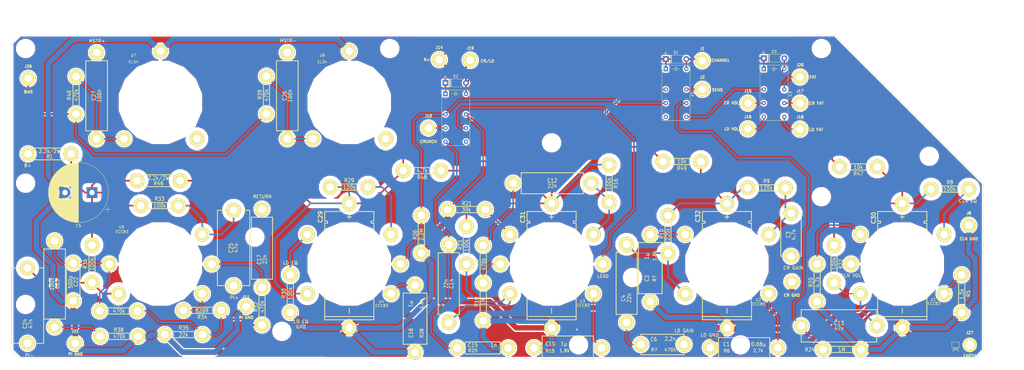
<source format=kicad_pcb>
(kicad_pcb (version 20171130) (host pcbnew 5.0.2+dfsg1-1)
  (layers (0 F.Cu signal) (31 B.Cu signal) (34 B.Paste user) (35 F.Paste user) (36 B.SilkS user) (37 F.SilkS user) (38 B.Mask user) (39 F.Mask user) (44 Edge.Cuts user))
  (net 0 "")
  (net 1 "Net-(C1-Pad1)")
  (net 2 GND)
  (net 3 "Net-(C2-Pad1)")
  (net 4 "Net-(C4-Pad1)")
  (net 5 "Net-(C10-Pad1)")
  (net 6 "Net-(C12-Pad1)")
  (net 7 "Net-(C14-Pad1)")
  (net 8 "Net-(C16-Pad1)")
  (net 9 "Net-(C17-Pad1)")
  (net 10 "Net-(C17-Pad2)")
  (net 11 "Net-(C22-Pad1)")
  (net 12 "Net-(C23-Pad2)")
  (net 13 "Net-(C26-Pad1)")
  (net 14 "Net-(C27-Pad1)")
  (net 15 C+)
  (net 16 D+)
  (net 17 G+)
  (net 18 E+)
  (net 19 F+)
  (net 20 +VSW)
  (net 21 -VSW)
  (net 22 "Net-(J2-Pad1)")
  (net 23 "Net-(J10-Pad1)")
  (net 24 "Net-(J15-Pad1)")
  (net 25 "Net-(J16-Pad1)")
  (net 26 "Net-(J26-Pad1)")
  (net 27 Earth)
  (net 28 /LD_OUT)
  (net 29 "Net-(K2-Pad22)")
  (net 30 "Net-(R5-Pad1)")
  (net 31 "Net-(R18-Pad1)")
  (net 32 "Net-(R20-Pad1)")
  (net 33 "Net-(R21-Pad1)")
  (net 34 "Net-(R32-Pad2)")
  (net 35 "Net-(R34-Pad2)")
  (net 36 /HT3)
  (net 37 /HT4)
  (net 38 /HT5)
  (net 39 /HT2)
  (net 40 /HT6)
  (net 41 /HT9)
  (net 42 /HT8)
  (net 43 /HT1)
  (net 44 /MT1)
  (net 45 /MT2)
  (net 46 /MT3)
  (net 47 /MT4)
  (net 48 /HT7)
  (net 49 /CL_OUT)
  (net 50 "Net-(K1-Pad12)")
  (net 51 "Net-(D1-Pad2)")
  (module MountingHole:MountingHole_3.2mm_M3 (layer F.Cu) (at 225 105)
    (fp_text reference REF**)
    (fp_text value MountingHole_3.2mm_M3)
    (pad "" np_thru_hole circle (at 0 0) (size 3.2 3.2) (drill 3.2) (layers *.Cu *.Mask) (clearance 2))
  )
  (module MountingHole:MountingHole_3.2mm_M3 (layer F.Cu) (at 295 180)
    (fp_text reference REF**)
    (fp_text value MountingHole_3.2mm_M3)
    (pad "" np_thru_hole circle (at 0 0) (size 3.2 3.2) (drill 3.2) (layers *.Cu *.Mask) (clearance 2))
  )
  (module MountingHole:MountingHole_3.2mm_M3 (layer F.Cu) (at 325 125)
    (fp_text reference REF**)
    (fp_text value MountingHole_3.2mm_M3)
    (pad "" np_thru_hole circle (at 0 0) (size 3.2 3.2) (drill 3.2) (layers *.Cu *.Mask) (clearance 2))
  )
  (module MountingHole:MountingHole_3.2mm_M3 (layer F.Cu) (at 30 120)
    (fp_text reference REF**)
    (fp_text value MountingHole_3.2mm_M3)
    (pad "" np_thru_hole circle (at 0 0) (size 3.2 3.2) (drill 3.2) (layers *.Cu *.Mask) (clearance 2))
  )
  (module MountingHole:MountingHole_3.2mm_M3 (layer F.Cu) (at 365 110)
    (fp_text reference REF**)
    (fp_text value MountingHole_3.2mm_M3)
    (pad "" np_thru_hole circle (at 0 0) (size 3.2 3.2) (drill 3.2) (layers *.Cu *.Mask) (clearance 2))
  )
  (module MountingHole:MountingHole_3.2mm_M3 (layer F.Cu) (at 165 70)
    (fp_text reference REF**)
    (fp_text value MountingHole_3.2mm_M3)
    (pad "" np_thru_hole circle (at 0 0) (size 3.2 3.2) (drill 3.2) (layers *.Cu *.Mask) (clearance 2))
  )
  (module MountingHole:MountingHole_3.2mm_M3 (layer F.Cu) (at 115 140)
    (fp_text reference REF**)
    (fp_text value MountingHole_3.2mm_M3)
    (pad "" np_thru_hole circle (at 0 0) (size 3.2 3.2) (drill 3.2) (layers *.Cu *.Mask) (clearance 2))
  )
  (module MountingHole:MountingHole_3.2mm_M3 (layer F.Cu) (at 255 155)
    (fp_text reference REF**)
    (fp_text value MountingHole_3.2mm_M3)
    (pad "" np_thru_hole circle (at 0 0) (size 3.2 3.2) (drill 3.2) (layers *.Cu *.Mask) (clearance 2))
  )
  (module MountingHole:MountingHole_3.2mm_M3 (layer F.Cu) (at 235 180)
    (fp_text reference REF**)
    (fp_text value MountingHole_3.2mm_M3)
    (pad "" np_thru_hole circle (at 0 0) (size 3.2 3.2) (drill 3.2) (layers *.Cu *.Mask) (clearance 2))
  )
  (module MountingHole:MountingHole_3.2mm_M3 (layer F.Cu) (at 125 175)
    (fp_text reference REF**)
    (fp_text value MountingHole_3.2mm_M3)
    (pad "" np_thru_hole circle (at 0 0) (size 3.2 3.2) (drill 3.2) (layers *.Cu *.Mask) (clearance 2))
  )
  (module MountingHole:MountingHole_3.2mm_M3 (layer F.Cu) (at 30 70)
    (fp_text reference REF**)
    (fp_text value MountingHole_3.2mm_M3)
    (pad "" np_thru_hole circle (at 0 0) (size 3.2 3.2) (drill 3.2) (layers *.Cu *.Mask) (clearance 2))
  )
  (module MountingHole:MountingHole_3.2mm_M3 (layer F.Cu) (at 30 165)
    (fp_text reference REF**)
    (fp_text value MountingHole_3.2mm_M3)
    (pad "" np_thru_hole circle (at 0 0) (size 3.2 3.2) (drill 3.2) (layers *.Cu *.Mask) (clearance 2))
  )
  (module MountingHole:MountingHole_3.2mm_M3 (layer F.Cu) (at 325 70)
    (fp_text reference REF**)
    (fp_text value MountingHole_3.2mm_M3)
    (pad "" np_thru_hole circle (at 0 0) (size 3.2 3.2) (drill 3.2) (layers *.Cu *.Mask) (clearance 2))
  )
  (module Diode_THT:D_DO-41_SOD81_P7.62mm_Horizontal (layer F.Cu) (at 267.335 73.9394)
    (fp_text reference D1 (at 3.81 -2.47) (layer F.SilkS))
    (fp_text value D)
    (fp_text user K (at 0 -2.1) (layer F.SilkS))
    (pad 1 thru_hole rect (at 0 0) (size 2.2 2.2) (drill 1.1) (layers *.Cu *.Mask) (net 20 +VSW))
    (pad 2 thru_hole oval (at 7.62 0) (size 2.2 2.2) (drill 1.1) (layers *.Cu *.Mask) (net 51 "Net-(D1-Pad2)"))
  )
  (module Diode_THT:D_DO-41_SOD81_P7.62mm_Horizontal (layer F.Cu) (at 303.657 73.6346)
    (fp_text reference D3 (at 3.81 -2.47) (layer F.SilkS))
    (fp_text value D)
    (fp_text user K (at 0 -2.1) (layer F.SilkS))
    (pad 2 thru_hole oval (at 7.62 0) (size 2.2 2.2) (drill 1.1) (layers *.Cu *.Mask) (net 21 -VSW))
    (pad 1 thru_hole rect (at 0 0) (size 2.2 2.2) (drill 1.1) (layers *.Cu *.Mask) (net 20 +VSW))
  )
  (module A-wai_Turrets:TURRET (layer F.Cu) (at 317.0936 90.2716)
    (fp_text reference J17 (at 0 -4.5) (layer F.SilkS) (effects (font (size 1.016 1.016) (thickness 0.254))))
    (fp_text value "CR FAT" (at 6.096 0.0508) (layer F.SilkS) (effects (font (size 1.016 1.016) (thickness 0.254))))
    (pad 1 thru_hole circle (at 0 0) (size 5.5 5.5) (drill 2.8) (layers *.Cu *.Mask F.SilkS) (net 45 /MT2) (clearance 0.5))
  )
  (module A-wai_Turrets:TURRET (layer F.Cu) (at 317.0936 99.9236)
    (fp_text reference J18 (at 0 -4.5) (layer F.SilkS) (effects (font (size 1.016 1.016) (thickness 0.254))))
    (fp_text value "LD FAT" (at 6.0198 0.1778) (layer F.SilkS) (effects (font (size 1.016 1.016) (thickness 0.254))))
    (pad 1 thru_hole circle (at 0 0) (size 5.5 5.5) (drill 2.8) (layers *.Cu *.Mask F.SilkS) (net 46 /MT3) (clearance 0.5))
  )
  (module Relay_THT:Relay_DPDT_Finder_30.22 (layer F.Cu) (at 303.657 77.5716 270)
    (fp_text reference K3 (at 9.3 -9.9 270) (layer F.SilkS))
    (fp_text value FINDER-30.22)
    (pad 21 thru_hole circle (at 7.62 -7.62) (size 1.6 1.6) (drill 0.8) (layers *.Cu *.Mask) (net 47 /MT4))
    (pad 22 thru_hole circle (at 12.7 -7.62) (size 1.6 1.6) (drill 0.8) (layers *.Cu *.Mask) (net 45 /MT2))
    (pad 24 thru_hole circle (at 17.78 -7.62 90) (size 1.6 1.6) (drill 0.8) (layers *.Cu *.Mask) (net 46 /MT3))
    (pad A1 thru_hole rect (at 0 0) (size 1.6 1.8) (drill 0.8) (layers *.Cu *.Mask) (net 20 +VSW))
    (pad A2 thru_hole circle (at 0 -7.62) (size 1.6 1.6) (drill 0.8) (layers *.Cu *.Mask) (net 21 -VSW))
    (pad 11 thru_hole circle (at 7.62 0) (size 1.6 1.6) (drill 0.8) (layers *.Cu *.Mask) (net 28 /LD_OUT))
    (pad 14 thru_hole circle (at 17.78 0) (size 1.6 1.6) (drill 0.8) (layers *.Cu *.Mask) (net 25 "Net-(J16-Pad1)"))
    (pad 12 thru_hole circle (at 12.7 0) (size 1.6 1.6) (drill 0.8) (layers *.Cu *.Mask) (net 24 "Net-(J15-Pad1)"))
  )
  (module A-wai_Turrets:TURRET (layer F.Cu) (at 317.0936 80.5942)
    (fp_text reference J20 (at 0 -4.5) (layer F.SilkS) (effects (font (size 1.016 1.016) (thickness 0.254))))
    (fp_text value FAT (at 4.7498 0.0254) (layer F.SilkS) (effects (font (size 1.016 1.016) (thickness 0.254))))
    (pad 1 thru_hole circle (at 0 0) (size 5.5 5.5) (drill 2.8) (layers *.Cu *.Mask F.SilkS) (net 47 /MT4) (clearance 0.5))
  )
  (module A-wai_Turrets:TURRET (layer F.Cu) (at 297.7642 90.2716)
    (fp_text reference J15 (at 0 -4.5) (layer F.SilkS) (effects (font (size 1.016 1.016) (thickness 0.254))))
    (fp_text value "CR VOL" (at -6.1468 -0.0762) (layer F.SilkS) (effects (font (size 1.016 1.016) (thickness 0.254))))
    (pad 1 thru_hole circle (at 0 0) (size 5.5 5.5) (drill 2.8) (layers *.Cu *.Mask F.SilkS) (net 24 "Net-(J15-Pad1)") (clearance 0.5))
  )
  (module A-wai_Turrets:TURRET (layer F.Cu) (at 297.7388 99.822)
    (fp_text reference J16 (at 0 -4.5) (layer F.SilkS) (effects (font (size 1.016 1.016) (thickness 0.254))))
    (fp_text value "LD VOL" (at -6.0198 0.0508) (layer F.SilkS) (effects (font (size 1.016 1.016) (thickness 0.254))))
    (pad 1 thru_hole circle (at 0 0) (size 5.5 5.5) (drill 2.8) (layers *.Cu *.Mask F.SilkS) (net 25 "Net-(J16-Pad1)") (clearance 0.5))
  )
  (module Relay_THT:Relay_DPDT_Finder_30.22 (layer F.Cu) (at 267.335 77.5716 270)
    (fp_text reference K1 (at 9.3 -9.9 270) (layer F.SilkS))
    (fp_text value FINDER-30.22)
    (pad 12 thru_hole circle (at 12.7 0) (size 1.6 1.6) (drill 0.8) (layers *.Cu *.Mask) (net 50 "Net-(K1-Pad12)"))
    (pad 14 thru_hole circle (at 17.78 0) (size 1.6 1.6) (drill 0.8) (layers *.Cu *.Mask))
    (pad 11 thru_hole circle (at 7.62 0) (size 1.6 1.6) (drill 0.8) (layers *.Cu *.Mask) (net 2 GND))
    (pad A2 thru_hole circle (at 0 -7.62) (size 1.6 1.6) (drill 0.8) (layers *.Cu *.Mask) (net 51 "Net-(D1-Pad2)"))
    (pad A1 thru_hole rect (at 0 0) (size 1.6 1.8) (drill 0.8) (layers *.Cu *.Mask) (net 20 +VSW))
    (pad 24 thru_hole circle (at 17.78 -7.62 90) (size 1.6 1.6) (drill 0.8) (layers *.Cu *.Mask) (net 28 /LD_OUT))
    (pad 22 thru_hole circle (at 12.7 -7.62) (size 1.6 1.6) (drill 0.8) (layers *.Cu *.Mask) (net 49 /CL_OUT))
    (pad 21 thru_hole circle (at 7.62 -7.62) (size 1.6 1.6) (drill 0.8) (layers *.Cu *.Mask) (net 22 "Net-(J2-Pad1)"))
  )
  (module A-wai_Turrets:TURRET (layer F.Cu) (at 280.8732 85.1408)
    (fp_text reference J2 (at 0 -4.5) (layer F.SilkS) (effects (font (size 1.016 1.016) (thickness 0.254))))
    (fp_text value SEND (at 5.588 0.2286) (layer F.SilkS) (effects (font (size 1.016 1.016) (thickness 0.254))))
    (pad 1 thru_hole circle (at 0 0) (size 5.5 5.5) (drill 2.8) (layers *.Cu *.Mask F.SilkS) (net 22 "Net-(J2-Pad1)") (clearance 0.5))
  )
  (module A-wai_Turrets:TUBE_PENTODE (layer F.Cu) (at 150 90)
    (fp_text reference U6 (at -10 -17.5) (layer F.SilkS))
    (fp_text value EL34 (at -10 -15) (layer F.SilkS))
    (pad "" np_thru_hole circle (at 0 0) (size 30 30) (drill 30) (layers *.Cu *.Mask F.SilkS))
    (pad 4 thru_hole circle (at 13.5 13.5) (size 5.5 5.5) (drill 2.8) (layers *.Cu *.Mask F.SilkS) (clearance 1.5))
    (pad 5 thru_hole circle (at -13.5 13.5) (size 5.5 5.5) (drill 2.8) (layers *.Cu *.Mask F.SilkS) (net 13 "Net-(C26-Pad1)") (clearance 0.5))
    (pad 8 thru_hole circle (at 0 -19) (size 5.5 5.5) (drill 2.8) (layers *.Cu *.Mask F.SilkS) (net 2 GND) (clearance 0.5))
  )
  (module A-wai_Turrets:TUBE_TRIODE (layer F.Cu) (at 80 150)
    (fp_text reference U5 (at -14.3918 -13.729) (layer F.SilkS))
    (fp_text value ECC83 (at -14.2902 -12.0018) (layer F.SilkS))
    (pad 2 thru_hole circle (at -19 0) (size 5.5 5.5) (drill 2.8) (layers *.Cu *.Mask F.SilkS) (net 11 "Net-(C22-Pad1)") (clearance 0.5))
    (pad 8 thru_hole circle (at 15.5 11) (size 5.5 5.5) (drill 2.8) (layers *.Cu *.Mask F.SilkS) (net 35 "Net-(R34-Pad2)") (clearance 0.5))
    (pad "" np_thru_hole circle (at 0 0) (size 30 30) (drill 30) (layers *.Cu *.Mask F.SilkS))
    (pad 1 thru_hole circle (at -15.5 11) (size 5.5 5.5) (drill 2.8) (layers *.Cu *.Mask F.SilkS) (net 41 /HT9))
    (pad 6 thru_hole circle (at 15.5 -11) (size 5.5 5.5) (drill 2.8) (layers *.Cu *.Mask F.SilkS) (net 42 /HT8))
    (pad 7 thru_hole circle (at 19 0) (size 5.5 5.5) (drill 2.8) (layers *.Cu *.Mask F.SilkS) (net 9 "Net-(C17-Pad1)"))
  )
  (module A-wai_Turrets:TUBE_TRIODE (layer F.Cu) (at 225 150)
    (fp_text reference U3 (at 11.4232 13.7284) (layer F.SilkS))
    (fp_text value ECC83 (at 11.8042 15.3032) (layer F.SilkS))
    (pad 7 thru_hole circle (at 19 0) (size 5.5 5.5) (drill 2.8) (layers *.Cu *.Mask F.SilkS) (net 29 "Net-(K2-Pad22)"))
    (pad 6 thru_hole circle (at 15.5 -11) (size 5.5 5.5) (drill 2.8) (layers *.Cu *.Mask F.SilkS) (net 38 /HT5))
    (pad 1 thru_hole circle (at -15.5 11) (size 5.5 5.5) (drill 2.8) (layers *.Cu *.Mask F.SilkS) (net 40 /HT6))
    (pad "" np_thru_hole circle (at 0 0) (size 30 30) (drill 30) (layers *.Cu *.Mask F.SilkS))
    (pad 8 thru_hole circle (at 15.5 11) (size 5.5 5.5) (drill 2.8) (layers *.Cu *.Mask F.SilkS) (net 5 "Net-(C10-Pad1)") (clearance 0.5))
    (pad 2 thru_hole circle (at -19 0) (size 5.5 5.5) (drill 2.8) (layers *.Cu *.Mask F.SilkS) (net 31 "Net-(R18-Pad1)") (clearance 0.5))
    (pad 3 thru_hole circle (at -15.5 -11) (size 5.5 5.5) (drill 2.8) (layers *.Cu *.Mask F.SilkS) (net 33 "Net-(R21-Pad1)") (clearance 0.5))
  )
  (module A-wai_Turrets:C_6PS_202 (layer F.Cu) (at 266.0904 179.8828 180)
    (fp_text reference C6 (at 3.2258 1.9558 180) (layer F.SilkS) (effects (font (size 1.397 1.27) (thickness 0.2032))))
    (fp_text value 2.2n (at -2.8702 2.1082 180) (layer F.SilkS) (effects (font (size 1.397 1.27) (thickness 0.2032))))
    (pad 1 thru_hole circle (at -8 0 180) (size 5.5 5.5) (drill 2.8) (layers *.Cu *.Mask F.SilkS) (clearance 0.5))
    (pad 2 thru_hole circle (at 8 0 180) (size 5.5 5.5) (drill 2.8) (layers *.Cu *.Mask F.SilkS) (net 4 "Net-(C4-Pad1)") (clearance 0.5))
  )
  (module A-wai_Turrets:TURRET (layer F.Cu) (at 380 180)
    (fp_text reference J27 (at 0 -4.5) (layer F.SilkS) (effects (font (size 1.016 1.016) (thickness 0.254))))
    (fp_text value EARTH (at -0.0414 4.0484) (layer F.SilkS) (effects (font (size 1.016 1.016) (thickness 0.254))))
    (pad 1 thru_hole circle (at 0 0) (size 5.5 5.5) (drill 3.2) (layers *.Cu *.Mask F.SilkS) (net 27 Earth) (clearance 0.5))
  )
  (module Jumper:SolderJumper-2_P1.3mm_Bridged_Pad1.0x1.5mm (layer F.Cu) (at 374.7262 179.9844 180)
    (fp_text reference JP1 (at 0 -1.8 180) (layer F.SilkS))
    (fp_text value Jumper)
    (pad 1 smd custom (at -0.65 0 180) (size 1 1.5) (layers F.Cu F.Mask) (net 27 Earth) (options (clearance outline) (anchor rect)) (primitives (gr_poly (pts (xy 0.4 -0.3) (xy 0.9 -0.3) (xy 0.9 0.3) (xy 0.4 0.3)) (width 0))))
    (pad 2 smd rect (at 0.65 0 180) (size 1 1.5) (layers F.Cu F.Mask) (net 2 GND))
  )
  (module A-wai_Turrets:C_WMF_102_630V (layer F.Cu) (at 199.4662 181.1528)
    (fp_text reference C15 (at -3.683 -1.0414) (layer F.SilkS) (effects (font (size 1.397 1.27) (thickness 0.2032))))
    (fp_text value 1n (at 4.0894 -1.1176) (layer F.SilkS) (effects (font (size 1.397 1.27) (thickness 0.2032))))
    (pad 1 thru_hole circle (at -9.5 0) (size 5.5 5.5) (drill 2.8) (layers *.Cu *.Mask F.SilkS) (net 7 "Net-(C14-Pad1)") (clearance 0.5))
    (pad 2 thru_hole circle (at 9.5 0) (size 5.5 5.5) (drill 2.8) (layers *.Cu *.Mask F.SilkS) (net 2 GND) (clearance 0.5))
  )
  (module A-wai_Turrets:TUBE_TRIODE (layer F.Cu) (at 150 150)
    (fp_text reference U4 (at 11.925 13.8808) (layer F.SilkS))
    (fp_text value ECC83 (at 12.0266 15.4302) (layer F.SilkS))
    (pad 3 thru_hole circle (at -15.5 -11) (size 5.5 5.5) (drill 2.8) (layers *.Cu *.Mask F.SilkS) (net 44 /MT1))
    (pad 8 thru_hole circle (at 15.5 11) (size 5.5 5.5) (drill 2.8) (layers *.Cu *.Mask F.SilkS) (net 8 "Net-(C16-Pad1)") (clearance 0.5))
    (pad "" np_thru_hole circle (at 0 0) (size 30 30) (drill 30) (layers *.Cu *.Mask F.SilkS))
    (pad 1 thru_hole circle (at -15.5 11) (size 5.5 5.5) (drill 2.8) (layers *.Cu *.Mask F.SilkS) (net 16 D+))
    (pad 6 thru_hole circle (at 15.5 -11) (size 5.5 5.5) (drill 2.8) (layers *.Cu *.Mask F.SilkS) (net 48 /HT7))
    (pad 7 thru_hole circle (at 19 0) (size 5.5 5.5) (drill 2.8) (layers *.Cu *.Mask F.SilkS) (net 50 "Net-(K1-Pad12)"))
  )
  (module A-wai_Turrets:TUBE_TRIODE (layer F.Cu) (at 355 150)
    (fp_text reference U1 (at 11.4712 13.1696) (layer F.SilkS))
    (fp_text value ECC83 (at 11.7252 14.6936) (layer F.SilkS))
    (pad 6 thru_hole circle (at 15.5 -11) (size 5.5 5.5) (drill 2.8) (layers *.Cu *.Mask F.SilkS) (net 43 /HT1))
    (pad 1 thru_hole circle (at -15.5 11) (size 5.5 5.5) (drill 2.8) (layers *.Cu *.Mask F.SilkS) (net 39 /HT2))
    (pad "" np_thru_hole circle (at 0 0) (size 30 30) (drill 30) (layers *.Cu *.Mask F.SilkS))
    (pad 8 thru_hole circle (at 15.5 11) (size 5.5 5.5) (drill 2.8) (layers *.Cu *.Mask F.SilkS) (net 30 "Net-(R5-Pad1)") (clearance 0.5))
    (pad 2 thru_hole circle (at -19 0) (size 5.5 5.5) (drill 2.8) (layers *.Cu *.Mask F.SilkS) (clearance 0.5))
    (pad 3 thru_hole circle (at -15.5 -11) (size 5.5 5.5) (drill 2.8) (layers *.Cu *.Mask F.SilkS) (net 32 "Net-(R20-Pad1)") (clearance 0.5))
  )
  (module A-wai_Turrets:TUBE_TRIODE (layer F.Cu) (at 290 150)
    (fp_text reference U2 (at 11.625 13.2458) (layer F.SilkS))
    (fp_text value ECC83 (at 11.7774 14.846) (layer F.SilkS))
    (pad 3 thru_hole circle (at -15.5 -11) (size 5.5 5.5) (drill 2.8) (layers *.Cu *.Mask F.SilkS) (net 3 "Net-(C2-Pad1)") (clearance 0.5))
    (pad 8 thru_hole circle (at 15.5 11) (size 5.5 5.5) (drill 2.8) (layers *.Cu *.Mask F.SilkS) (net 1 "Net-(C1-Pad1)") (clearance 0.5))
    (pad "" np_thru_hole circle (at 0 0) (size 30 30) (drill 30) (layers *.Cu *.Mask F.SilkS))
    (pad 1 thru_hole circle (at -15.5 11) (size 5.5 5.5) (drill 2.8) (layers *.Cu *.Mask F.SilkS) (net 37 /HT4))
    (pad 6 thru_hole circle (at 15.5 -11) (size 5.5 5.5) (drill 2.8) (layers *.Cu *.Mask F.SilkS) (net 36 /HT3))
  )
  (module A-wai_Turrets:C_M150_684_100V (layer F.Cu) (at 296.3672 181.0258 180)
    (fp_text reference C1 (at 6.5786 1.2446 180) (layer F.SilkS) (effects (font (size 1.397 1.27) (thickness 0.2032))))
    (fp_text value 0.68µ (at -5.4102 1.27 180) (layer F.SilkS) (effects (font (size 1.397 1.27) (thickness 0.2032))))
    (pad 1 thru_hole circle (at -12.5 0 180) (size 5.5 5.5) (drill 2.8) (layers *.Cu *.Mask F.SilkS) (net 1 "Net-(C1-Pad1)") (clearance 0.5))
    (pad 2 thru_hole circle (at 12.5 0 180) (size 5.5 5.5) (drill 2.8) (layers *.Cu *.Mask F.SilkS) (net 2 GND) (clearance 0.5))
  )
  (module A-wai_Turrets:C_M150_105_100V (layer F.Cu) (at 261.587 151.511 270)
    (fp_text reference C2 (at 3.81 1.237 270) (layer F.SilkS) (effects (font (size 1.397 1.27) (thickness 0.2032))))
    (fp_text value 1µ (at -4.5212 1.2878 270) (layer F.SilkS) (effects (font (size 1.397 1.27) (thickness 0.2032))))
    (pad 2 thru_hole circle (at 12.5 0 270) (size 5.5 5.5) (drill 2.8) (layers *.Cu *.Mask F.SilkS) (net 2 GND) (clearance 0.5))
    (pad 1 thru_hole circle (at -12.5 0 270) (size 5.5 5.5) (drill 2.8) (layers *.Cu *.Mask F.SilkS) (net 3 "Net-(C2-Pad1)") (clearance 0.5))
  )
  (module A-wai_Turrets:C_6PS_502 (layer F.Cu) (at 313.7586 139.1158 90)
    (fp_text reference C3 (at 0 -1 90) (layer F.SilkS) (effects (font (size 1.397 1.27) (thickness 0.2032))))
    (fp_text value 4.7n (at 0 1 90) (layer F.SilkS) (effects (font (size 1.397 1.27) (thickness 0.2032))))
    (pad 1 thru_hole circle (at -8 0 90) (size 5.5 5.5) (drill 2.8) (layers *.Cu *.Mask F.SilkS) (clearance 0.5))
    (pad 2 thru_hole circle (at 8 0 90) (size 5.5 5.5) (drill 2.8) (layers *.Cu *.Mask F.SilkS) (net 36 /HT3))
  )
  (module A-wai_Turrets:C_WMF_223_630V (layer F.Cu) (at 252.824 157.1752 90)
    (fp_text reference C4 (at -5.5372 -1.2116 90) (layer F.SilkS) (effects (font (size 1.397 1.27) (thickness 0.2032))))
    (fp_text value 22n (at -5.4102 0.9474 90) (layer F.SilkS) (effects (font (size 1.397 1.27) (thickness 0.2032))))
    (pad 2 thru_hole circle (at 14.5 0 90) (size 5.5 5.5) (drill 2.8) (layers *.Cu *.Mask F.SilkS) (net 37 /HT4))
    (pad 1 thru_hole circle (at -14.5 0 90) (size 5.5 5.5) (drill 2.8) (layers *.Cu *.Mask F.SilkS) (net 4 "Net-(C4-Pad1)") (clearance 0.5))
  )
  (module A-wai_Turrets:C_M150_105_100V (layer F.Cu) (at 231.0098 181.102 180)
    (fp_text reference C10 (at 6.4738 1.4986 180) (layer F.SilkS) (effects (font (size 1.397 1.27) (thickness 0.2032))))
    (fp_text value 1µ (at 1.3938 1.4986 180) (layer F.SilkS) (effects (font (size 1.397 1.27) (thickness 0.2032))))
    (pad 1 thru_hole circle (at -12.5 0 180) (size 5.5 5.5) (drill 2.8) (layers *.Cu *.Mask F.SilkS) (net 5 "Net-(C10-Pad1)") (clearance 0.5))
    (pad 2 thru_hole circle (at 12.5 0 180) (size 5.5 5.5) (drill 2.8) (layers *.Cu *.Mask F.SilkS) (net 2 GND) (clearance 0.5))
  )
  (module A-wai_Turrets:C_WMF_223_630V (layer F.Cu) (at 225.2358 120.015)
    (fp_text reference C12 (at 0 -1) (layer F.SilkS) (effects (font (size 1.397 1.27) (thickness 0.2032))))
    (fp_text value 22n (at 0 1) (layer F.SilkS) (effects (font (size 1.397 1.27) (thickness 0.2032))))
    (pad 1 thru_hole circle (at -14.5 0) (size 5.5 5.5) (drill 2.8) (layers *.Cu *.Mask F.SilkS) (net 6 "Net-(C12-Pad1)") (clearance 0.5))
    (pad 2 thru_hole circle (at 14.5 0) (size 5.5 5.5) (drill 2.8) (layers *.Cu *.Mask F.SilkS) (net 38 /HT5))
  )
  (module A-wai_Turrets:C_6PS_503 (layer F.Cu) (at 331.5424 172.9486)
    (fp_text reference C13 (at 0 -1) (layer F.SilkS) (effects (font (size 1.397 1.27) (thickness 0.2032))))
    (fp_text value 47n (at 0 1) (layer F.SilkS) (effects (font (size 1.397 1.27) (thickness 0.2032))))
    (pad 2 thru_hole circle (at 14 0) (size 5.5 5.5) (drill 2.8) (layers *.Cu *.Mask F.SilkS) (net 39 /HT2))
    (pad 1 thru_hole circle (at -14 0) (size 5.5 5.5) (drill 2.8) (layers *.Cu *.Mask F.SilkS) (net 49 /CL_OUT) (clearance 0.5))
  )
  (module A-wai_Turrets:C_WMF_223_630V (layer F.Cu) (at 186.8818 157.3022 270)
    (fp_text reference C14 (at 0 -1 270) (layer F.SilkS) (effects (font (size 1.397 1.27) (thickness 0.2032))))
    (fp_text value 22n (at 0 1 270) (layer F.SilkS) (effects (font (size 1.397 1.27) (thickness 0.2032))))
    (pad 2 thru_hole circle (at 14.5 0 270) (size 5.5 5.5) (drill 2.8) (layers *.Cu *.Mask F.SilkS) (net 40 /HT6))
    (pad 1 thru_hole circle (at -14.5 0 270) (size 5.5 5.5) (drill 2.8) (layers *.Cu *.Mask F.SilkS) (net 7 "Net-(C14-Pad1)") (clearance 0.5))
  )
  (module A-wai_Turrets:C_M150_105_100V (layer F.Cu) (at 174.371 170.2816 270)
    (fp_text reference C16 (at 5.3086 1.524 270) (layer F.SilkS) (effects (font (size 1.397 1.27) (thickness 0.2032))))
    (fp_text value 1µ (at -5.5372 1.651 270) (layer F.SilkS) (effects (font (size 1.397 1.27) (thickness 0.2032))))
    (pad 1 thru_hole circle (at -12.5 0 270) (size 5.5 5.5) (drill 2.8) (layers *.Cu *.Mask F.SilkS) (net 8 "Net-(C16-Pad1)") (clearance 0.5))
    (pad 2 thru_hole circle (at 12.5 0 270) (size 5.5 5.5) (drill 2.8) (layers *.Cu *.Mask F.SilkS) (net 2 GND) (clearance 0.5))
  )
  (module A-wai_Turrets:C_WMF_223_630V (layer F.Cu) (at 117.6528 144.1196 90)
    (fp_text reference C17 (at -4.2418 -1.0414 90) (layer F.SilkS) (effects (font (size 1.397 1.27) (thickness 0.2032))))
    (fp_text value 22n (at -4.191 1.016 90) (layer F.SilkS) (effects (font (size 1.397 1.27) (thickness 0.2032))))
    (pad 1 thru_hole circle (at -14.5 0 90) (size 5.5 5.5) (drill 2.8) (layers *.Cu *.Mask F.SilkS) (net 9 "Net-(C17-Pad1)") (clearance 0.5))
    (pad 2 thru_hole circle (at 14.5 0 90) (size 5.5 5.5) (drill 2.8) (layers *.Cu *.Mask F.SilkS) (net 10 "Net-(C17-Pad2)") (clearance 0.5))
  )
  (module A-wai_Turrets:C_SM_500V (layer F.Cu) (at 47.6682 156.6776 270)
    (fp_text reference C22 (at 0 -1 270) (layer F.SilkS) (effects (font (size 1.397 1.27) (thickness 0.2032))))
    (fp_text value 500p (at 0 1 270) (layer F.SilkS) (effects (font (size 1.397 1.27) (thickness 0.2032))))
    (pad 1 thru_hole circle (at -7 0 270) (size 5.5 5.5) (drill 2.8) (layers *.Cu *.Mask F.SilkS) (net 11 "Net-(C22-Pad1)") (clearance 0.5))
    (pad 2 thru_hole circle (at 7 0 270) (size 5.5 5.5) (drill 2.8) (layers *.Cu *.Mask F.SilkS) (net 2 GND) (clearance 0.5))
  )
  (module A-wai_Turrets:C_M150_104_630V (layer F.Cu) (at 40.7594 157.4038 270)
    (fp_text reference C23 (at 0 -1 270) (layer F.SilkS) (effects (font (size 1.397 1.27) (thickness 0.2032))))
    (fp_text value 100n (at 0 1 270) (layer F.SilkS) (effects (font (size 1.397 1.27) (thickness 0.2032))))
    (pad 2 thru_hole circle (at 16 0 270) (size 5.5 5.5) (drill 2.8) (layers *.Cu *.Mask F.SilkS) (net 12 "Net-(C23-Pad2)") (clearance 0.5))
    (pad 1 thru_hole circle (at -16 0 270) (size 5.5 5.5) (drill 2.8) (layers *.Cu *.Mask F.SilkS) (net 11 "Net-(C22-Pad1)") (clearance 0.5))
  )
  (module A-wai_Turrets:C_6PS_503 (layer F.Cu) (at 30.7086 165.4302 90)
    (fp_text reference C24 (at -6.7818 -0.9398 90) (layer F.SilkS) (effects (font (size 1.397 1.27) (thickness 0.2032))))
    (fp_text value 47n (at -6.731 1.1938 90) (layer F.SilkS) (effects (font (size 1.397 1.27) (thickness 0.2032))))
    (pad 1 thru_hole circle (at -14 0 90) (size 5.5 5.5) (drill 2.8) (layers *.Cu *.Mask F.SilkS) (clearance 0.5))
    (pad 2 thru_hole circle (at 14 0 90) (size 5.5 5.5) (drill 2.8) (layers *.Cu *.Mask F.SilkS) (net 41 /HT9))
  )
  (module A-wai_Turrets:C_6PS_503 (layer F.Cu) (at 107.1042 144.0434 90)
    (fp_text reference C25 (at 0 -1 90) (layer F.SilkS) (effects (font (size 1.397 1.27) (thickness 0.2032))))
    (fp_text value 47n (at 0 1 90) (layer F.SilkS) (effects (font (size 1.397 1.27) (thickness 0.2032))))
    (pad 1 thru_hole circle (at -14 0 90) (size 5.5 5.5) (drill 2.8) (layers *.Cu *.Mask F.SilkS) (clearance 0.5))
    (pad 2 thru_hole circle (at 14 0 90) (size 5.5 5.5) (drill 2.8) (layers *.Cu *.Mask F.SilkS) (net 42 /HT8))
  )
  (module A-wai_Turrets:C_M150_104_630V (layer F.Cu) (at 127.019 87.5284 90)
    (fp_text reference C26 (at 0 -1 90) (layer F.SilkS) (effects (font (size 1.397 1.27) (thickness 0.2032))))
    (fp_text value 100n (at 0 1 90) (layer F.SilkS) (effects (font (size 1.397 1.27) (thickness 0.2032))))
    (pad 1 thru_hole circle (at -16 0 90) (size 5.5 5.5) (drill 2.8) (layers *.Cu *.Mask F.SilkS) (net 13 "Net-(C26-Pad1)") (clearance 0.5))
    (pad 2 thru_hole circle (at 16 0 90) (size 5.5 5.5) (drill 2.8) (layers *.Cu *.Mask F.SilkS) (clearance 0.5))
  )
  (module A-wai_Turrets:C_M150_104_630V (layer F.Cu) (at 56.3308 87.5538 90)
    (fp_text reference C27 (at 0 -1 90) (layer F.SilkS) (effects (font (size 1.397 1.27) (thickness 0.2032))))
    (fp_text value 100n (at 0 1 90) (layer F.SilkS) (effects (font (size 1.397 1.27) (thickness 0.2032))))
    (pad 1 thru_hole circle (at -16 0 90) (size 5.5 5.5) (drill 2.8) (layers *.Cu *.Mask F.SilkS) (net 14 "Net-(C27-Pad1)") (clearance 0.5))
    (pad 2 thru_hole circle (at 16 0 90) (size 5.5 5.5) (drill 2.8) (layers *.Cu *.Mask F.SilkS) (clearance 0.5))
  )
  (module A-wai_Turrets:CPA_22uF_500V (layer F.Cu) (at 150 150 90)
    (fp_text reference C29 (at 17.4882 -10.7064 90) (layer F.SilkS) (effects (font (size 1.524 1.524) (thickness 0.3048))))
    (fp_text value 33µ (at 0 11 90) (layer F.SilkS) (effects (font (size 1.524 1.524) (thickness 0.3048))))
    (pad 2 thru_hole circle (at -23.7 0 90) (size 5.5 5.5) (drill 2.8) (layers *.Cu *.Mask F.SilkS) (net 2 GND) (clearance 0.5))
    (pad 1 thru_hole circle (at 22.5 0 90) (size 5.5 5.5) (drill 2.8) (layers *.Cu *.Mask F.SilkS) (net 16 D+))
  )
  (module A-wai_Turrets:CPA_22uF_500V (layer F.Cu) (at 355 150 90)
    (fp_text reference C30 (at 17.1072 -10.6268 90) (layer F.SilkS) (effects (font (size 1.524 1.524) (thickness 0.3048))))
    (fp_text value 10µ (at 0.0892 10.7854 90) (layer F.SilkS) (effects (font (size 1.524 1.524) (thickness 0.3048))))
    (pad 1 thru_hole circle (at 22.5 0 90) (size 5.5 5.5) (drill 2.8) (layers *.Cu *.Mask F.SilkS) (net 17 G+))
    (pad 2 thru_hole circle (at -23.7 0 90) (size 5.5 5.5) (drill 2.8) (layers *.Cu *.Mask F.SilkS) (net 2 GND) (clearance 0.5))
  )
  (module A-wai_Turrets:CPA_22uF_500V (layer F.Cu) (at 225 150 90)
    (fp_text reference C31 (at 17.3866 -10.7002 90) (layer F.SilkS) (effects (font (size 1.524 1.524) (thickness 0.3048))))
    (fp_text value 22µ (at 0 11 90) (layer F.SilkS) (effects (font (size 1.524 1.524) (thickness 0.3048))))
    (pad 1 thru_hole circle (at 22.5 0 90) (size 5.5 5.5) (drill 2.8) (layers *.Cu *.Mask F.SilkS) (net 18 E+))
    (pad 2 thru_hole circle (at -23.7 0 90) (size 5.5 5.5) (drill 2.8) (layers *.Cu *.Mask F.SilkS) (net 2 GND) (clearance 0.5))
  )
  (module A-wai_Turrets:CPA_22uF_500V (layer F.Cu) (at 290 150 90)
    (fp_text reference C32 (at 17.7168 -10.7778 90) (layer F.SilkS) (effects (font (size 1.524 1.524) (thickness 0.3048))))
    (fp_text value 10µ (at 0 11 90) (layer F.SilkS) (effects (font (size 1.524 1.524) (thickness 0.3048))))
    (pad 2 thru_hole circle (at -23.7 0 90) (size 5.5 5.5) (drill 2.8) (layers *.Cu *.Mask F.SilkS) (net 2 GND) (clearance 0.5))
    (pad 1 thru_hole circle (at 22.5 0 90) (size 5.5 5.5) (drill 2.8) (layers *.Cu *.Mask F.SilkS) (net 19 F+))
  )
  (module Diode_THT:D_DO-41_SOD81_P7.62mm_Horizontal (layer F.Cu) (at 185.6486 82.7786)
    (fp_text reference D2 (at 3.81 -2.47) (layer F.SilkS))
    (fp_text value D)
    (fp_text user K (at 0 -2.1) (layer F.SilkS))
    (pad 1 thru_hole rect (at 0 0) (size 2.2 2.2) (drill 1.1) (layers *.Cu *.Mask) (net 20 +VSW))
    (pad 2 thru_hole oval (at 7.62 0) (size 2.2 2.2) (drill 1.1) (layers *.Cu *.Mask) (net 21 -VSW))
  )
  (module A-wai_Turrets:TURRET (layer F.Cu) (at 379.65 135.636)
    (fp_text reference J8 (at 0 -4.5) (layer F.SilkS) (effects (font (size 1.016 1.016) (thickness 0.254))))
    (fp_text value "CLN GND" (at 0 5) (layer F.SilkS) (effects (font (size 1.016 1.016) (thickness 0.254))))
    (pad 1 thru_hole circle (at 0 0) (size 5.5 5.5) (drill 2.8) (layers *.Cu *.Mask F.SilkS) (net 2 GND) (clearance 0.5))
  )
  (module A-wai_Turrets:TURRET (layer F.Cu) (at 179.3494 99.5172)
    (fp_text reference J10 (at 0 -4.5) (layer F.SilkS) (effects (font (size 1.016 1.016) (thickness 0.254))))
    (fp_text value CRUNCH (at 0 5) (layer F.SilkS) (effects (font (size 1.016 1.016) (thickness 0.254))))
    (pad 1 thru_hole circle (at 0 0) (size 5.5 5.5) (drill 2.8) (layers *.Cu *.Mask F.SilkS) (net 23 "Net-(J10-Pad1)") (clearance 0.5))
  )
  (module A-wai_Turrets:TURRET (layer F.Cu) (at 183.3372 74.1172)
    (fp_text reference J14 (at 0 -4.5) (layer F.SilkS) (effects (font (size 1.016 1.016) (thickness 0.254))))
    (fp_text value R+ (at -4.6228 0.0508) (layer F.SilkS) (effects (font (size 1.016 1.016) (thickness 0.254))))
    (pad 1 thru_hole circle (at 0 0) (size 5.5 5.5) (drill 2.8) (layers *.Cu *.Mask F.SilkS) (net 20 +VSW) (clearance 0.5))
  )
  (module A-wai_Turrets:TURRET (layer F.Cu) (at 194.818 74.3458)
    (fp_text reference J19 (at 0 -4.5) (layer F.SilkS) (effects (font (size 1.016 1.016) (thickness 0.254))))
    (fp_text value CR/LD (at 6.35 0.3048) (layer F.SilkS) (effects (font (size 1.016 1.016) (thickness 0.254))))
    (pad 1 thru_hole circle (at 0 0) (size 5.5 5.5) (drill 2.8) (layers *.Cu *.Mask F.SilkS) (net 21 -VSW) (clearance 0.5))
  )
  (module A-wai_Turrets:TURRET (layer F.Cu) (at 31 81.1022)
    (fp_text reference J26 (at 0 -4.5) (layer F.SilkS) (effects (font (size 1.016 1.016) (thickness 0.254))))
    (fp_text value BIAS (at 0 5) (layer F.SilkS) (effects (font (size 1.016 1.016) (thickness 0.254))))
    (pad 1 thru_hole circle (at 0 0) (size 5.5 5.5) (drill 2.8) (layers *.Cu *.Mask F.SilkS) (net 26 "Net-(J26-Pad1)") (clearance 0.5))
  )
  (module Relay_THT:Relay_DPDT_Finder_30.22 (layer F.Cu) (at 185.6486 86.8172 270)
    (fp_text reference K2 (at 9.3 -9.9 270) (layer F.SilkS))
    (fp_text value FINDER-30.22)
    (pad 21 thru_hole circle (at 7.62 -7.62) (size 1.6 1.6) (drill 0.8) (layers *.Cu *.Mask) (net 2 GND))
    (pad 22 thru_hole circle (at 12.7 -7.62) (size 1.6 1.6) (drill 0.8) (layers *.Cu *.Mask) (net 29 "Net-(K2-Pad22)"))
    (pad 24 thru_hole circle (at 17.78 -7.62 90) (size 1.6 1.6) (drill 0.8) (layers *.Cu *.Mask))
    (pad A1 thru_hole rect (at 0 0) (size 1.6 1.8) (drill 0.8) (layers *.Cu *.Mask) (net 20 +VSW))
    (pad A2 thru_hole circle (at 0 -7.62) (size 1.6 1.6) (drill 0.8) (layers *.Cu *.Mask) (net 21 -VSW))
    (pad 11 thru_hole circle (at 7.62 0) (size 1.6 1.6) (drill 0.8) (layers *.Cu *.Mask) (net 50 "Net-(K1-Pad12)"))
    (pad 14 thru_hole circle (at 17.78 0) (size 1.6 1.6) (drill 0.8) (layers *.Cu *.Mask) (net 7 "Net-(C14-Pad1)"))
    (pad 12 thru_hole circle (at 12.7 0) (size 1.6 1.6) (drill 0.8) (layers *.Cu *.Mask) (net 23 "Net-(J10-Pad1)"))
  )
  (module A-wai_Turrets:R_0.5W (layer F.Cu) (at 377.0338 161.0106 270)
    (fp_text reference R5 (at 0 -2.5 270) (layer F.SilkS) (effects (font (size 1.397 1.27) (thickness 0.2032))))
    (fp_text value 1.5k (at 0.127 -0.0292 270) (layer F.SilkS) (effects (font (size 1.397 1.27) (thickness 0.2032))))
    (pad 2 thru_hole circle (at 7 0 270) (size 5.5 5.5) (drill 2.8) (layers *.Cu *.Mask F.SilkS) (net 2 GND))
    (pad 1 thru_hole circle (at -7 0 270) (size 5.5 5.5) (drill 2.8) (layers *.Cu *.Mask F.SilkS) (net 30 "Net-(R5-Pad1)"))
  )
  (module A-wai_Turrets:R_0.5W (layer F.Cu) (at 372.6434 122.1994)
    (fp_text reference R8 (at 0 -2.5) (layer F.SilkS) (effects (font (size 1.397 1.27) (thickness 0.2032))))
    (fp_text value 100k (at -0.0508 0.0762) (layer F.SilkS) (effects (font (size 1.397 1.27) (thickness 0.2032))))
    (pad 1 thru_hole circle (at -7 0) (size 5.5 5.5) (drill 2.8) (layers *.Cu *.Mask F.SilkS) (net 17 G+))
    (pad 2 thru_hole circle (at 7 0) (size 5.5 5.5) (drill 2.8) (layers *.Cu *.Mask F.SilkS) (net 43 /HT1))
  )
  (module A-wai_Turrets:R_0.5W (layer F.Cu) (at 304.6654 121.7168)
    (fp_text reference R9 (at 0 -2.5) (layer F.SilkS) (effects (font (size 1.397 1.27) (thickness 0.2032))))
    (fp_text value 120k (at -0.0686 0) (layer F.SilkS) (effects (font (size 1.397 1.27) (thickness 0.2032))))
    (pad 1 thru_hole circle (at -7 0) (size 5.5 5.5) (drill 2.8) (layers *.Cu *.Mask F.SilkS) (net 19 F+))
    (pad 2 thru_hole circle (at 7 0) (size 5.5 5.5) (drill 2.8) (layers *.Cu *.Mask F.SilkS) (net 36 /HT3))
  )
  (module A-wai_Turrets:R_0.5W (layer F.Cu) (at 268.1402 138.9634 270)
    (fp_text reference R10 (at -0.1778 2.3292 270) (layer F.SilkS) (effects (font (size 1.397 1.27) (thickness 0.2032))))
    (fp_text value 220k (at -0.0254 0.0178 270) (layer F.SilkS) (effects (font (size 1.397 1.27) (thickness 0.2032))))
    (pad 1 thru_hole circle (at -7 0 270) (size 5.5 5.5) (drill 2.8) (layers *.Cu *.Mask F.SilkS) (net 19 F+))
    (pad 2 thru_hole circle (at 7 0 270) (size 5.5 5.5) (drill 2.8) (layers *.Cu *.Mask F.SilkS) (net 37 /HT4))
  )
  (module A-wai_Turrets:R_0.5W (layer F.Cu) (at 246.3178 120.1166 270)
    (fp_text reference R16 (at 0 -2.5 270) (layer F.SilkS) (effects (font (size 1.397 1.27) (thickness 0.2032))))
    (fp_text value 100k (at 0.0762 -0.0368 270) (layer F.SilkS) (effects (font (size 1.397 1.27) (thickness 0.2032))))
    (pad 2 thru_hole circle (at 7 0 270) (size 5.5 5.5) (drill 2.8) (layers *.Cu *.Mask F.SilkS) (net 38 /HT5))
    (pad 1 thru_hole circle (at -7 0 270) (size 5.5 5.5) (drill 2.8) (layers *.Cu *.Mask F.SilkS) (net 18 E+))
  )
  (module A-wai_Turrets:R_0.5W (layer F.Cu) (at 199.658 150.0378 90)
    (fp_text reference R18 (at 0 -2.5 90) (layer F.SilkS) (effects (font (size 1.397 1.27) (thickness 0.2032))))
    (fp_text value 470k (at 0.0254 0.1638 90) (layer F.SilkS) (effects (font (size 1.397 1.27) (thickness 0.2032))))
    (pad 1 thru_hole circle (at -7 0 90) (size 5.5 5.5) (drill 2.8) (layers *.Cu *.Mask F.SilkS) (net 31 "Net-(R18-Pad1)"))
    (pad 2 thru_hole circle (at 7 0 90) (size 5.5 5.5) (drill 2.8) (layers *.Cu *.Mask F.SilkS) (net 6 "Net-(C12-Pad1)"))
  )
  (module A-wai_Turrets:R_0.5W (layer F.Cu) (at 199.658 164.0332 270)
    (fp_text reference R19 (at -0.0508 2.4778 270) (layer F.SilkS) (effects (font (size 1.397 1.27) (thickness 0.2032))))
    (fp_text value 1M (at -0.0254 0.0394 270) (layer F.SilkS) (effects (font (size 1.397 1.27) (thickness 0.2032))))
    (pad 2 thru_hole circle (at 7 0 270) (size 5.5 5.5) (drill 2.8) (layers *.Cu *.Mask F.SilkS) (net 2 GND))
    (pad 1 thru_hole circle (at -7 0 270) (size 5.5 5.5) (drill 2.8) (layers *.Cu *.Mask F.SilkS) (net 31 "Net-(R18-Pad1)"))
  )
  (module A-wai_Turrets:R_0.5W (layer F.Cu) (at 323.4398 156.9466 270)
    (fp_text reference R20 (at -0.1524 2.333 270) (layer F.SilkS) (effects (font (size 1.397 1.27) (thickness 0.2032))))
    (fp_text value 4.7k (at -0.2286 -0.1054 270) (layer F.SilkS) (effects (font (size 1.397 1.27) (thickness 0.2032))))
    (pad 2 thru_hole circle (at 7 0 270) (size 5.5 5.5) (drill 2.8) (layers *.Cu *.Mask F.SilkS) (net 2 GND))
    (pad 1 thru_hole circle (at -7 0 270) (size 5.5 5.5) (drill 2.8) (layers *.Cu *.Mask F.SilkS) (net 32 "Net-(R20-Pad1)"))
  )
  (module A-wai_Turrets:R_0.5W (layer F.Cu) (at 193.435 129.7686 180)
    (fp_text reference R21 (at -0.1384 2.286 180) (layer F.SilkS) (effects (font (size 1.397 1.27) (thickness 0.2032))))
    (fp_text value 39k (at -0.0114 -0.0762 180) (layer F.SilkS) (effects (font (size 1.397 1.27) (thickness 0.2032))))
    (pad 2 thru_hole circle (at 7 0 180) (size 5.5 5.5) (drill 2.8) (layers *.Cu *.Mask F.SilkS) (net 2 GND))
    (pad 1 thru_hole circle (at -7 0 180) (size 5.5 5.5) (drill 2.8) (layers *.Cu *.Mask F.SilkS) (net 33 "Net-(R21-Pad1)"))
  )
  (module A-wai_Turrets:R_0.5W (layer F.Cu) (at 329.7136 149.987 270)
    (fp_text reference R22 (at 0 -2.5 270) (layer F.SilkS) (effects (font (size 1.397 1.27) (thickness 0.2032))))
    (fp_text value 100k (at -0.1778 -0.0038 270) (layer F.SilkS) (effects (font (size 1.397 1.27) (thickness 0.2032))))
    (pad 1 thru_hole circle (at -7 0 270) (size 5.5 5.5) (drill 2.8) (layers *.Cu *.Mask F.SilkS) (net 17 G+))
    (pad 2 thru_hole circle (at 7 0 270) (size 5.5 5.5) (drill 2.8) (layers *.Cu *.Mask F.SilkS) (net 39 /HT2))
  )
  (module A-wai_Turrets:R_0.5W (layer F.Cu) (at 193.435 143.0528 270)
    (fp_text reference R23 (at -0.1524 2.2492 270) (layer F.SilkS) (effects (font (size 1.397 1.27) (thickness 0.2032))))
    (fp_text value 100k (at -0.0508 -0.0622 270) (layer F.SilkS) (effects (font (size 1.397 1.27) (thickness 0.2032))))
    (pad 1 thru_hole circle (at -7 0 270) (size 5.5 5.5) (drill 2.8) (layers *.Cu *.Mask F.SilkS) (net 18 E+))
    (pad 2 thru_hole circle (at 7 0 270) (size 5.5 5.5) (drill 2.8) (layers *.Cu *.Mask F.SilkS) (net 40 /HT6))
  )
  (module A-wai_Turrets:R_0.5W (layer F.Cu) (at 332.6346 181.7116)
    (fp_text reference R24 (at -11.9088 0.0762) (layer F.SilkS) (effects (font (size 1.397 1.27) (thickness 0.2032))))
    (fp_text value 1M (at -0.047 0.0762) (layer F.SilkS) (effects (font (size 1.397 1.27) (thickness 0.2032))))
    (pad 2 thru_hole circle (at 7 0) (size 5.5 5.5) (drill 2.8) (layers *.Cu *.Mask F.SilkS) (net 2 GND))
    (pad 1 thru_hole circle (at -7 0) (size 5.5 5.5) (drill 2.8) (layers *.Cu *.Mask F.SilkS) (net 49 /CL_OUT))
  )
  (module A-wai_Turrets:R_0.5W (layer F.Cu) (at 176.7078 138.938 270)
    (fp_text reference R26 (at 0.2286 2.286 270) (layer F.SilkS) (effects (font (size 1.397 1.27) (thickness 0.2032))))
    (fp_text value 2.2M (at 0.1016 -0.0508 270) (layer F.SilkS) (effects (font (size 1.397 1.27) (thickness 0.2032))))
    (pad 2 thru_hole circle (at 7 0 270) (size 5.5 5.5) (drill 2.8) (layers *.Cu *.Mask F.SilkS) (net 2 GND))
    (pad 1 thru_hole circle (at -7 0 270) (size 5.5 5.5) (drill 2.8) (layers *.Cu *.Mask F.SilkS) (net 50 "Net-(K1-Pad12)"))
  )
  (module A-wai_Turrets:R_0.5W (layer F.Cu) (at 149.9466 121.4374)
    (fp_text reference R29 (at 0 -2.5) (layer F.SilkS) (effects (font (size 1.397 1.27) (thickness 0.2032))))
    (fp_text value 100k (at 0.0912 0.0762) (layer F.SilkS) (effects (font (size 1.397 1.27) (thickness 0.2032))))
    (pad 1 thru_hole circle (at -7 0) (size 5.5 5.5) (drill 2.8) (layers *.Cu *.Mask F.SilkS) (net 16 D+))
    (pad 2 thru_hole circle (at 7 0) (size 5.5 5.5) (drill 2.8) (layers *.Cu *.Mask F.SilkS) (net 48 /HT7))
  )
  (module A-wai_Turrets:R_0.5W (layer F.Cu) (at 128.1354 160.9598 270)
    (fp_text reference R30 (at -0.0762 2.4054 270) (layer F.SilkS) (effects (font (size 1.397 1.27) (thickness 0.2032))))
    (fp_text value 100k (at 0 -0.0076 270) (layer F.SilkS) (effects (font (size 1.397 1.27) (thickness 0.2032))))
    (pad 2 thru_hole circle (at 7 0 270) (size 5.5 5.5) (drill 2.8) (layers *.Cu *.Mask F.SilkS) (net 2 GND))
    (pad 1 thru_hole circle (at -7 0 270) (size 5.5 5.5) (drill 2.8) (layers *.Cu *.Mask F.SilkS) (net 44 /MT1))
  )
  (module A-wai_Turrets:R_0.5W (layer F.Cu) (at 117.6528 165.6334 270)
    (fp_text reference R32 (at 0.2794 2.286 270) (layer F.SilkS) (effects (font (size 1.397 1.27) (thickness 0.2032))))
    (fp_text value 470k (at 0.1778 -0.1524 270) (layer F.SilkS) (effects (font (size 1.397 1.27) (thickness 0.2032))))
    (pad 2 thru_hole circle (at 7 0 270) (size 5.5 5.5) (drill 2.8) (layers *.Cu *.Mask F.SilkS) (net 34 "Net-(R32-Pad2)"))
    (pad 1 thru_hole circle (at -7 0 270) (size 5.5 5.5) (drill 2.8) (layers *.Cu *.Mask F.SilkS) (net 9 "Net-(C17-Pad1)"))
  )
  (module A-wai_Turrets:R_0.5W (layer F.Cu) (at 79.6544 128.3208)
    (fp_text reference R33 (at 0 -2.5) (layer F.SilkS) (effects (font (size 1.397 1.27) (thickness 0.2032))))
    (fp_text value 100k (at 0.0762 0.0508) (layer F.SilkS) (effects (font (size 1.397 1.27) (thickness 0.2032))))
    (pad 1 thru_hole circle (at -7 0) (size 5.5 5.5) (drill 2.8) (layers *.Cu *.Mask F.SilkS) (net 15 C+))
    (pad 2 thru_hole circle (at 7 0) (size 5.5 5.5) (drill 2.8) (layers *.Cu *.Mask F.SilkS) (net 42 /HT8))
  )
  (module A-wai_Turrets:R_0.5W (layer F.Cu) (at 95.504 167.1828 180)
    (fp_text reference R34 (at 0 -2.5 180) (layer F.SilkS) (effects (font (size 1.397 1.27) (thickness 0.2032))))
    (fp_text value 820R (at 0.127 -0.0762 180) (layer F.SilkS) (effects (font (size 1.397 1.27) (thickness 0.2032))))
    (pad 2 thru_hole circle (at 7 0 180) (size 5.5 5.5) (drill 2.8) (layers *.Cu *.Mask F.SilkS) (net 35 "Net-(R34-Pad2)"))
    (pad 1 thru_hole circle (at -7 0 180) (size 5.5 5.5) (drill 2.8) (layers *.Cu *.Mask F.SilkS) (net 34 "Net-(R32-Pad2)"))
  )
  (module A-wai_Turrets:R_0.5W (layer F.Cu) (at 88.6206 176.1998)
    (fp_text reference R35 (at 0 -2.5) (layer F.SilkS) (effects (font (size 1.397 1.27) (thickness 0.2032))))
    (fp_text value 22k (at -0.0508 0.0762) (layer F.SilkS) (effects (font (size 1.397 1.27) (thickness 0.2032))))
    (pad 1 thru_hole circle (at -7 0) (size 5.5 5.5) (drill 2.8) (layers *.Cu *.Mask F.SilkS) (net 2 GND))
    (pad 2 thru_hole circle (at 7 0) (size 5.5 5.5) (drill 2.8) (layers *.Cu *.Mask F.SilkS) (net 34 "Net-(R32-Pad2)"))
  )
  (module A-wai_Turrets:R_0.5W (layer F.Cu) (at 54.6024 149.9512 90)
    (fp_text reference R36 (at 0 -2.5 90) (layer F.SilkS) (effects (font (size 1.397 1.27) (thickness 0.2032))))
    (fp_text value 100k (at -0.0358 0.033 90) (layer F.SilkS) (effects (font (size 1.397 1.27) (thickness 0.2032))))
    (pad 1 thru_hole circle (at -7 0 90) (size 5.5 5.5) (drill 2.8) (layers *.Cu *.Mask F.SilkS) (net 41 /HT9))
    (pad 2 thru_hole circle (at 7 0 90) (size 5.5 5.5) (drill 2.8) (layers *.Cu *.Mask F.SilkS) (net 15 C+))
  )
  (module A-wai_Turrets:R_0.5W (layer F.Cu) (at 64.4652 167.4114)
    (fp_text reference R37 (at 0 -2.5) (layer F.SilkS) (effects (font (size 1.397 1.27) (thickness 0.2032))))
    (fp_text value 470k (at 0.127 0) (layer F.SilkS) (effects (font (size 1.397 1.27) (thickness 0.2032))))
    (pad 2 thru_hole circle (at 7 0) (size 5.5 5.5) (drill 2.8) (layers *.Cu *.Mask F.SilkS) (net 34 "Net-(R32-Pad2)"))
    (pad 1 thru_hole circle (at -7 0) (size 5.5 5.5) (drill 2.8) (layers *.Cu *.Mask F.SilkS) (net 11 "Net-(C22-Pad1)"))
  )
  (module A-wai_Turrets:R_0.5W (layer F.Cu) (at 64.6684 176.8348 180)
    (fp_text reference R38 (at 0.1524 2.3876 180) (layer F.SilkS) (effects (font (size 1.397 1.27) (thickness 0.2032))))
    (fp_text value 470k (at -0.1016 0.0254 180) (layer F.SilkS) (effects (font (size 1.397 1.27) (thickness 0.2032))))
    (pad 1 thru_hole circle (at -7 0 180) (size 5.5 5.5) (drill 2.8) (layers *.Cu *.Mask F.SilkS) (net 2 GND))
    (pad 2 thru_hole circle (at 7 0 180) (size 5.5 5.5) (drill 2.8) (layers *.Cu *.Mask F.SilkS) (net 12 "Net-(C23-Pad2)"))
  )
  (module A-wai_Turrets:R_0.5W (layer F.Cu) (at 119.2974 87.2744 270)
    (fp_text reference R39 (at -0.1778 2.432 270) (layer F.SilkS) (effects (font (size 1.397 1.27) (thickness 0.2032))))
    (fp_text value 470k (at 0.0508 -0.0318 270) (layer F.SilkS) (effects (font (size 1.397 1.27) (thickness 0.2032))))
    (pad 2 thru_hole circle (at 7 0 270) (size 5.5 5.5) (drill 2.8) (layers *.Cu *.Mask F.SilkS) (net 26 "Net-(J26-Pad1)"))
    (pad 1 thru_hole circle (at -7 0 270) (size 5.5 5.5) (drill 2.8) (layers *.Cu *.Mask F.SilkS) (net 13 "Net-(C26-Pad1)"))
  )
  (module A-wai_Turrets:R_0.5W (layer F.Cu) (at 48.7108 87.3506 90)
    (fp_text reference R40 (at 0 -2.5 90) (layer F.SilkS) (effects (font (size 1.397 1.27) (thickness 0.2032))))
    (fp_text value 470k (at 0.127 0.0826 90) (layer F.SilkS) (effects (font (size 1.397 1.27) (thickness 0.2032))))
    (pad 1 thru_hole circle (at -7 0 90) (size 5.5 5.5) (drill 2.8) (layers *.Cu *.Mask F.SilkS) (net 26 "Net-(J26-Pad1)"))
    (pad 2 thru_hole circle (at 7 0 90) (size 5.5 5.5) (drill 2.8) (layers *.Cu *.Mask F.SilkS) (net 14 "Net-(C27-Pad1)"))
  )
  (module A-wai_Turrets:R_2W (layer F.Cu) (at 79.3242 119.0752 180)
    (fp_text reference R46 (at 0 -1 180) (layer F.SilkS) (effects (font (size 1.397 1.27) (thickness 0.2032))))
    (fp_text value 2.2k/2W (at 0 1 180) (layer F.SilkS) (effects (font (size 1.397 1.27) (thickness 0.2032))))
    (pad 1 thru_hole circle (at -8 0 180) (size 5.5 5.5) (drill 2.8) (layers *.Cu *.Mask F.SilkS) (net 16 D+))
    (pad 2 thru_hole circle (at 8 0 180) (size 5.5 5.5) (drill 2.8) (layers *.Cu *.Mask F.SilkS) (net 15 C+))
  )
  (module A-wai_Turrets:R_0.5W (layer F.Cu) (at 338.7344 113.9698 180)
    (fp_text reference R47 (at 0 -2.5 180) (layer F.SilkS) (effects (font (size 1.397 1.27) (thickness 0.2032))))
    (fp_text value 10k (at 0.0508 0 180) (layer F.SilkS) (effects (font (size 1.397 1.27) (thickness 0.2032))))
    (pad 1 thru_hole circle (at -7 0 180) (size 5.5 5.5) (drill 2.8) (layers *.Cu *.Mask F.SilkS) (net 17 G+))
    (pad 2 thru_hole circle (at 7 0 180) (size 5.5 5.5) (drill 2.8) (layers *.Cu *.Mask F.SilkS) (net 16 D+))
  )
  (module A-wai_Turrets:R_0.5W (layer F.Cu) (at 273.304 111.9632 180)
    (fp_text reference R49 (at 0 -2.5 180) (layer F.SilkS) (effects (font (size 1.397 1.27) (thickness 0.2032))))
    (fp_text value 10k (at 0 0.0508 180) (layer F.SilkS) (effects (font (size 1.397 1.27) (thickness 0.2032))))
    (pad 2 thru_hole circle (at 7 0 180) (size 5.5 5.5) (drill 2.8) (layers *.Cu *.Mask F.SilkS) (net 18 E+))
    (pad 1 thru_hole circle (at -7 0 180) (size 5.5 5.5) (drill 2.8) (layers *.Cu *.Mask F.SilkS) (net 19 F+))
  )
  (module A-wai_Turrets:TUBE_PENTODE (layer F.Cu) (at 80 90)
    (fp_text reference U7 (at -10 -17.5) (layer F.SilkS))
    (fp_text value EL34 (at -10 -15) (layer F.SilkS))
    (pad 8 thru_hole circle (at 0 -19) (size 5.5 5.5) (drill 2.8) (layers *.Cu *.Mask F.SilkS) (net 2 GND) (clearance 0.5))
    (pad 5 thru_hole circle (at -13.5 13.5) (size 5.5 5.5) (drill 2.8) (layers *.Cu *.Mask F.SilkS) (net 14 "Net-(C27-Pad1)") (clearance 0.5))
    (pad 4 thru_hole circle (at 13.5 13.5) (size 5.5 5.5) (drill 2.8) (layers *.Cu *.Mask F.SilkS) (clearance 1.5))
    (pad "" np_thru_hole circle (at 0 0) (size 30 30) (drill 30) (layers *.Cu *.Mask F.SilkS))
  )
  (module A-wai_Turrets:R_2W (layer F.Cu) (at 38.9128 109.1184 180)
    (fp_text reference R1 (at 0 -1 180) (layer F.SilkS) (effects (font (size 1.397 1.27) (thickness 0.2032))))
    (fp_text value 2.2k/2W (at 0 1 180) (layer F.SilkS) (effects (font (size 1.397 1.27) (thickness 0.2032))))
    (pad 1 thru_hole circle (at -8 0 180) (size 5.5 5.5) (drill 2.8) (layers *.Cu *.Mask F.SilkS) (net 15 C+))
    (pad 2 thru_hole circle (at 8 0 180) (size 5.5 5.5) (drill 2.8) (layers *.Cu *.Mask F.SilkS))
  )
  (module Capacitor_THT:CP_Radial_D22.0mm_P10.00mm_SnapIn (layer F.Cu) (at 54.61 123.4694 180)
    (fp_text reference C5 (at 5 -12.25 180) (layer F.SilkS))
    (fp_text value 47µ (at 5 12.25 180) (layer F.SilkS))
    (pad 1 thru_hole rect (at 0 0 180) (size 4 4) (drill 2) (layers *.Cu *.Mask) (net 15 C+))
    (pad 2 thru_hole circle (at 10 0 180) (size 4 4) (drill 2) (layers *.Cu *.Mask) (net 2 GND))
  )
  (module A-wai_Turrets:TURRET (layer F.Cu) (at 314.071 156.591)
    (fp_text reference J7 hide)
    (fp_text value "CR GND" (at 0 5) (layer F.SilkS) (effects (font (size 1.016 1.016) (thickness 0.254))))
    (pad 1 thru_hole circle (at 0 0) (size 5.5 5.5) (drill 2.8) (layers *.Cu *.Mask F.SilkS) (net 2 GND) (clearance 0.5))
  )
  (module A-wai_Turrets:TURRET (layer F.Cu) (at 111.6838 165.7604)
    (fp_text reference J11 (at 0 -3.556) (layer F.SilkS) (effects (font (size 1.016 1.016) (thickness 0.254))))
    (fp_text value "PI GND" (at 0.0762 4.0894) (layer F.SilkS) (effects (font (size 1.016 1.016) (thickness 0.254))))
    (pad 1 thru_hole circle (at 0 0) (size 5.5 5.5) (drill 2.8) (layers *.Cu *.Mask F.SilkS) (net 2 GND) (clearance 0.5))
  )
  (module A-wai_Turrets:TURRET (layer F.Cu) (at 48.4124 179.4302)
    (fp_text reference J21 (at 0 -4.5) (layer F.SilkS) (effects (font (size 1.016 1.016) (thickness 0.254))))
    (fp_text value "PI GND" (at 0.127 4.0086) (layer F.SilkS) (effects (font (size 1.016 1.016) (thickness 0.254))))
    (pad 1 thru_hole circle (at 0 0) (size 5.5 5.5) (drill 2.8) (layers *.Cu *.Mask F.SilkS) (net 2 GND) (clearance 0.5))
  )
  (module A-wai_Turrets:R_0.5W (layer F.Cu) (at 176.9872 115.3414 180)
    (fp_text reference R48 (at 0 -2.5 180) (layer F.SilkS) (effects (font (size 1.397 1.27) (thickness 0.2032))))
    (fp_text value 4.7k (at 0 -0.0254 180) (layer F.SilkS) (effects (font (size 1.397 1.27) (thickness 0.2032))))
    (pad 1 thru_hole circle (at -7 0 180) (size 5.5 5.5) (drill 2.8) (layers *.Cu *.Mask F.SilkS) (net 18 E+))
    (pad 2 thru_hole circle (at 7 0 180) (size 5.5 5.5) (drill 2.8) (layers *.Cu *.Mask F.SilkS) (net 16 D+))
  )
  (module A-wai_Turrets:TURRET (layer F.Cu) (at 280.8224 74.5236)
    (fp_text reference J1 (at 0 -4.5) (layer F.SilkS) (effects (font (size 1.016 1.016) (thickness 0.254))))
    (fp_text value CHANNEL (at 6.8072 -0.127) (layer F.SilkS) (effects (font (size 1.016 1.016) (thickness 0.254))))
    (pad 1 thru_hole circle (at 0 0) (size 5.5 5.5) (drill 2.8) (layers *.Cu *.Mask F.SilkS) (net 51 "Net-(D1-Pad2)") (clearance 0.5))
  )
  (gr_line (start 28 185) (end 25 182) (layer Edge.Cuts) (width 0.1))
  (gr_line (start 25 68) (end 28 65) (layer Edge.Cuts) (width 0.1))
  (gr_line (start 385 182) (end 382 185) (layer Edge.Cuts) (width 0.1))
  (gr_line (start 330 65) (end 385 120) (layer Edge.Cuts) (width 0.1))
  (gr_text LEAD (at 244.0178 154.5082) (layer F.SilkS) (effects (font (size 1.2 1.2) (thickness 0.2))))
  (gr_text B+ (at 30.7848 113.411) (layer F.SilkS) (effects (font (size 1.2 1.2) (thickness 0.2))))
  (gr_text G2 (at 163.4744 107.315) (layer F.SilkS) (effects (font (size 1.2 1.2) (thickness 0.2))))
  (gr_text G2 (at 93.5228 107.315) (layer F.SilkS) (effects (font (size 1.2 1.2) (thickness 0.2))))
  (gr_text MSTR+ (at 56.515 67.2084) (layer F.SilkS) (effects (font (size 1.2 1.2) (thickness 0.2))))
  (gr_text MSTR- (at 127.3302 67.1068) (layer F.SilkS) (effects (font (size 1.2 1.2) (thickness 0.2))))
  (gr_text RETURN (at 117.7544 124.968) (layer F.SilkS) (effects (font (size 1.2 1.2) (thickness 0.2))))
  (gr_text PI- (at 31.4198 183.8706) (layer F.SilkS) (effects (font (size 1.2 1.2) (thickness 0.2))))
  (gr_text PI+ (at 107.3404 162.4838) (layer F.SilkS) (effects (font (size 1.2 1.2) (thickness 0.2))))
  (gr_text "LD EQ" (at 128.143 149.5552) (layer F.SilkS) (effects (font (size 1.2 1.2) (thickness 0.2))))
  (gr_text "LD EQ\nGND" (at 132.08 172.339) (layer F.SilkS) (effects (font (size 1.2 1.2) (thickness 0.2))))
  (gr_text "LD GND" (at 283.6164 176.3522) (layer F.SilkS) (effects (font (size 1.2 1.2) (thickness 0.2))))
  (gr_text "LD GAIN" (at 274.0914 174.752) (layer F.SilkS) (effects (font (size 1.2 1.2) (thickness 0.2))))
  (gr_text "CLN VOL" (at 335.9912 154.2796) (layer F.SilkS) (effects (font (size 1.2 1.2) (thickness 0.2))))
  (gr_text R7 (at 263.1948 155.3718 90) (layer F.SilkS) (effects (font (size 1.2 1.2) (thickness 0.2))))
  (gr_text R28 (at 176.8602 175.6664 90) (layer F.SilkS) (effects (font (size 1.2 1.2) (thickness 0.2))))
  (gr_text R25 (at 195.8086 182.118) (layer F.SilkS) (effects (font (size 1.2 1.2) (thickness 0.2))))
  (gr_text R15 (at 224.4344 182.245) (layer F.SilkS) (effects (font (size 1.2 1.2) (thickness 0.2))))
  (gr_text 1.8k (at 263.2202 146.9136 90) (layer F.SilkS) (effects (font (size 1.2 1.2) (thickness 0.2))))
  (gr_text 1.8k (at 176.7586 164.7444 90) (layer F.SilkS) (effects (font (size 1.2 1.2) (thickness 0.2))))
  (gr_text 1.8k (at 229.8192 182.1434) (layer F.SilkS) (effects (font (size 1.2 1.2) (thickness 0.2))))
  (gr_text 470k (at 268.9606 181.8386) (layer F.SilkS) (effects (font (size 1.2 1.2) (thickness 0.2))))
  (gr_text R7 (at 263.017 181.8386) (layer F.SilkS) (effects (font (size 1.2 1.2) (thickness 0.2))))
  (gr_text "CLN EQ" (at 379.2982 126.5936) (layer F.SilkS) (effects (font (size 1.2 1.2) (thickness 0.2))))
  (gr_text "CR GAIN" (at 314.5536 151.4348) (layer F.SilkS) (effects (font (size 1.2 1.2) (thickness 0.2))))
  (gr_text 2.7k (at 301.5742 182.1434) (layer F.SilkS) (effects (font (size 1.2 1.2) (thickness 0.2))))
  (gr_text R6 (at 289.9156 182.1942) (layer F.SilkS) (effects (font (size 1.2 1.2) (thickness 0.2))))
  (gr_line (start 25 182) (end 25 68) (layer Edge.Cuts) (width 0.1))
  (gr_line (start 382 185) (end 28 185) (layer Edge.Cuts) (width 0.1))
  (gr_line (start 385 120) (end 385 182) (layer Edge.Cuts) (width 0.1))
  (gr_line (start 28 65) (end 330 65) (layer Edge.Cuts) (width 0.1))
  (segment (start 91.4462 103.5538) (end 91.5 103.5) (width 0.6) (layer B.Cu) (net 0))
  (segment (start 308.8672 181.0258) (end 308.8672 169.4974) (width 0.6) (layer B.Cu) (net 1))
  (segment (start 305.5 166.1302) (end 305.5 161) (width 0.6) (layer B.Cu) (net 1))
  (segment (start 308.8672 169.4974) (end 305.5 166.1302) (width 0.6) (layer B.Cu) (net 1))
  (segment (start 323.4398 165.5168) (end 323.4398 163.9466) (width 2) (layer B.Cu) (net 2))
  (segment (start 339.6346 181.7116) (end 323.4398 165.5168) (width 2) (layer B.Cu) (net 2))
  (segment (start 346.9884 181.7116) (end 355 173.7) (width 2) (layer B.Cu) (net 2))
  (segment (start 339.6346 181.7116) (end 346.9884 181.7116) (width 2) (layer B.Cu) (net 2))
  (segment (start 371.3444 173.7) (end 377.0338 168.0106) (width 2) (layer B.Cu) (net 2))
  (segment (start 355 173.7) (end 371.3444 173.7) (width 2) (layer B.Cu) (net 2))
  (segment (start 222.3332 171.0332) (end 225 173.7) (width 2) (layer B.Cu) (net 2))
  (segment (start 199.658 171.0332) (end 222.3332 171.0332) (width 2) (layer B.Cu) (net 2))
  (segment (start 133.8756 173.7) (end 128.1354 167.9598) (width 2) (layer B.Cu) (net 2))
  (segment (start 150 173.7) (end 133.8756 173.7) (width 2) (layer B.Cu) (net 2))
  (segment (start 379.6538 145.6944) (end 379.6538 135.6398) (width 2) (layer B.Cu) (net 2))
  (segment (start 381.9652 148.0058) (end 379.6538 145.6944) (width 2) (layer B.Cu) (net 2))
  (segment (start 377.0338 168.0106) (end 381.9652 163.0792) (width 2) (layer B.Cu) (net 2))
  (segment (start 381.9652 163.0792) (end 381.9652 148.0058) (width 2) (layer B.Cu) (net 2))
  (segment (start 289.9852 173.6852) (end 290 173.7) (width 2) (layer F.Cu) (net 2))
  (segment (start 264.4826 173.6852) (end 289.9852 173.6852) (width 2) (layer F.Cu) (net 2))
  (segment (start 257.015 166.2176) (end 264.4826 173.6852) (width 2) (layer F.Cu) (net 2))
  (segment (start 225 173.7) (end 232.4824 166.2176) (width 2) (layer F.Cu) (net 2))
  (segment (start 232.4824 166.2176) (end 257.015 166.2176) (width 2) (layer F.Cu) (net 2))
  (segment (start 267.4004 169.8244) (end 261.587 164.011) (width 2) (layer B.Cu) (net 2))
  (segment (start 290 173.7) (end 286.1244 169.8244) (width 2) (layer B.Cu) (net 2))
  (segment (start 286.1244 169.8244) (end 267.4004 169.8244) (width 2) (layer B.Cu) (net 2))
  (segment (start 225 178.5044) (end 225 173.7) (width 2) (layer B.Cu) (net 2))
  (segment (start 218.5098 181.102) (end 222.4024 181.102) (width 2) (layer B.Cu) (net 2))
  (segment (start 222.4024 181.102) (end 225 178.5044) (width 2) (layer B.Cu) (net 2))
  (segment (start 203.4794 181.1528) (end 208.9662 181.1528) (width 2) (layer B.Cu) (net 2))
  (segment (start 199.658 171.0332) (end 199.658 177.3314) (width 2) (layer B.Cu) (net 2))
  (segment (start 199.658 177.3314) (end 203.4794 181.1528) (width 2) (layer B.Cu) (net 2))
  (segment (start 159.0816 182.7816) (end 150 173.7) (width 2) (layer B.Cu) (net 2))
  (segment (start 174.371 182.7816) (end 159.0816 182.7816) (width 2) (layer B.Cu) (net 2))
  (segment (start 211.9016 173.7) (end 225 173.7) (width 2) (layer F.Cu) (net 2))
  (segment (start 202.184 163.9824) (end 211.9016 173.7) (width 2) (layer F.Cu) (net 2))
  (segment (start 178.308 163.9824) (end 202.184 163.9824) (width 2) (layer F.Cu) (net 2))
  (segment (start 173.355 168.9354) (end 178.308 163.9824) (width 2) (layer F.Cu) (net 2))
  (segment (start 150 173.7) (end 154.7646 168.9354) (width 2) (layer F.Cu) (net 2))
  (segment (start 154.7646 168.9354) (end 173.355 168.9354) (width 2) (layer F.Cu) (net 2))
  (segment (start 84.370599 178.949799) (end 81.6206 176.1998) (width 2) (layer F.Cu) (net 2))
  (segment (start 88.0976 182.6768) (end 84.370599 178.949799) (width 2) (layer F.Cu) (net 2))
  (segment (start 150 173.7) (end 141.0232 182.6768) (width 2) (layer F.Cu) (net 2))
  (segment (start 141.0232 182.6768) (end 88.0976 182.6768) (width 2) (layer F.Cu) (net 2))
  (segment (start 68.918401 179.584799) (end 71.6684 176.8348) (width 2) (layer B.Cu) (net 2))
  (segment (start 66.323001 182.180199) (end 68.918401 179.584799) (width 2) (layer B.Cu) (net 2))
  (segment (start 48.4124 179.4302) (end 51.162399 182.180199) (width 2) (layer B.Cu) (net 2))
  (segment (start 51.162399 182.180199) (end 66.323001 182.180199) (width 2) (layer B.Cu) (net 2))
  (segment (start 76.9112 176.1998) (end 81.6206 176.1998) (width 2) (layer B.Cu) (net 2))
  (segment (start 71.6684 176.8348) (end 76.2762 176.8348) (width 2) (layer B.Cu) (net 2))
  (segment (start 76.2762 176.8348) (end 76.9112 176.1998) (width 2) (layer B.Cu) (net 2))
  (segment (start 47.6682 169.1132) (end 47.6682 163.6776) (width 2) (layer F.Cu) (net 2))
  (segment (start 48.4124 179.4302) (end 48.4124 169.8574) (width 2) (layer F.Cu) (net 2))
  (segment (start 48.4124 169.8574) (end 47.6682 169.1132) (width 2) (layer F.Cu) (net 2))
  (segment (start 108.4326 174.5996) (end 100.3554 182.6768) (width 2) (layer B.Cu) (net 2))
  (segment (start 88.0976 182.6768) (end 81.6206 176.1998) (width 2) (layer B.Cu) (net 2))
  (segment (start 100.3554 182.6768) (end 88.0976 182.6768) (width 2) (layer B.Cu) (net 2))
  (segment (start 180.3654 149.5956) (end 176.7078 145.938) (width 2) (layer B.Cu) (net 2))
  (segment (start 180.3654 161.925) (end 180.3654 149.5956) (width 2) (layer B.Cu) (net 2))
  (segment (start 150 173.7) (end 168.5904 173.7) (width 2) (layer B.Cu) (net 2))
  (segment (start 168.5904 173.7) (end 180.3654 161.925) (width 2) (layer B.Cu) (net 2))
  (segment (start 186.435 133.657687) (end 186.435 129.7686) (width 2) (layer F.Cu) (net 2))
  (segment (start 180.6956 139.397087) (end 186.435 133.657687) (width 2) (layer F.Cu) (net 2))
  (segment (start 176.7078 145.938) (end 180.6956 141.9502) (width 2) (layer F.Cu) (net 2))
  (segment (start 180.6956 141.9502) (end 180.6956 139.397087) (width 2) (layer F.Cu) (net 2))
  (segment (start 47.6682 163.6776) (end 43.18 163.6776) (width 2) (layer B.Cu) (net 2))
  (segment (start 40.1574 160.655) (end 40.1574 150.5458) (width 2) (layer B.Cu) (net 2))
  (segment (start 34.0106 135.0264) (end 34.0182 135.0264) (width 2) (layer B.Cu) (net 2))
  (segment (start 43.18 163.6776) (end 40.1574 160.655) (width 2) (layer B.Cu) (net 2))
  (segment (start 40.1574 150.5458) (end 34.0106 144.399) (width 2) (layer B.Cu) (net 2))
  (segment (start 34.0106 144.399) (end 34.0106 135.0264) (width 2) (layer B.Cu) (net 2))
  (segment (start 145.55001 66.55001) (end 150 71) (width 2) (layer B.Cu) (net 2))
  (segment (start 80 71) (end 84.44999 66.55001) (width 2) (layer B.Cu) (net 2))
  (segment (start 84.44999 66.55001) (end 145.55001 66.55001) (width 2) (layer B.Cu) (net 2))
  (segment (start 34.0106 134.0688) (end 44.61 123.4694) (width 2) (layer B.Cu) (net 2))
  (segment (start 34.0106 135.0264) (end 34.0106 134.0688) (width 2) (layer B.Cu) (net 2))
  (segment (start 186.435 129.7686) (end 199.644 116.5596) (width 0.6) (layer B.Cu) (net 2))
  (segment (start 199.644 100.8126) (end 193.2686 94.4372) (width 0.6) (layer B.Cu) (net 2))
  (segment (start 199.644 116.5596) (end 199.644 100.8126) (width 0.6) (layer B.Cu) (net 2))
  (segment (start 193.2686 94.4372) (end 244.5004 94.4372) (width 0.6) (layer F.Cu) (net 2))
  (segment (start 253.746 85.1916) (end 267.335 85.1916) (width 0.6) (layer F.Cu) (net 2))
  (segment (start 244.5004 94.4372) (end 253.746 85.1916) (width 0.6) (layer F.Cu) (net 2))
  (segment (start 283.8672 179.8328) (end 290 173.7) (width 2) (layer B.Cu) (net 2))
  (segment (start 283.8672 181.0258) (end 283.8672 179.8328) (width 2) (layer B.Cu) (net 2))
  (segment (start 75.55001 66.55001) (end 80 71) (width 2) (layer B.Cu) (net 2))
  (segment (start 47.59759 66.55001) (end 75.55001 66.55001) (width 2) (layer B.Cu) (net 2))
  (segment (start 44.61 123.4694) (end 38.4048 117.2642) (width 2) (layer B.Cu) (net 2))
  (segment (start 38.4048 75.7428) (end 47.59759 66.55001) (width 2) (layer B.Cu) (net 2))
  (segment (start 38.4048 117.2642) (end 38.4048 75.7428) (width 2) (layer B.Cu) (net 2))
  (segment (start 361.2844 179.9844) (end 372.97619 179.9844) (width 2) (layer F.Cu) (net 2))
  (segment (start 355 173.7) (end 361.2844 179.9844) (width 2) (layer F.Cu) (net 2))
  (segment (start 305.7398 168.9862) (end 314.071 160.655) (width 2) (layer F.Cu) (net 2))
  (segment (start 314.071 160.655) (end 314.071 156.591) (width 2) (layer F.Cu) (net 2))
  (segment (start 290 173.7) (end 294.7138 168.9862) (width 2) (layer F.Cu) (net 2))
  (segment (start 294.7138 168.9862) (end 305.7398 168.9862) (width 2) (layer F.Cu) (net 2))
  (segment (start 347.797 166.497) (end 355 173.7) (width 2) (layer F.Cu) (net 2))
  (segment (start 342.4682 166.497) (end 347.797 166.497) (width 2) (layer F.Cu) (net 2))
  (segment (start 290.417 174.117) (end 310.2102 174.117) (width 2) (layer F.Cu) (net 2))
  (segment (start 290 173.7) (end 290.417 174.117) (width 2) (layer F.Cu) (net 2))
  (segment (start 315.2902 179.197) (end 320.3194 179.197) (width 2) (layer F.Cu) (net 2))
  (segment (start 320.3194 179.197) (end 330.2508 169.2656) (width 2) (layer F.Cu) (net 2))
  (segment (start 339.6996 169.2656) (end 342.4682 166.497) (width 2) (layer F.Cu) (net 2))
  (segment (start 310.2102 174.117) (end 315.2902 179.197) (width 2) (layer F.Cu) (net 2))
  (segment (start 330.2508 169.2656) (end 339.6996 169.2656) (width 2) (layer F.Cu) (net 2))
  (segment (start 108.4326 169.0116) (end 111.6838 165.7604) (width 2) (layer B.Cu) (net 2))
  (segment (start 108.4326 174.5996) (end 108.4326 169.0116) (width 2) (layer B.Cu) (net 2))
  (segment (start 274.489 139.011) (end 274.5 139) (width 0.6) (layer B.Cu) (net 3))
  (segment (start 261.587 139.011) (end 274.489 139.011) (width 0.6) (layer B.Cu) (net 3))
  (segment (start 252.824 178.4274) (end 252.824 171.6752) (width 0.6) (layer B.Cu) (net 4))
  (segment (start 258.0904 179.8828) (end 254.2794 179.8828) (width 0.6) (layer B.Cu) (net 4))
  (segment (start 254.2794 179.8828) (end 252.824 178.4274) (width 0.6) (layer B.Cu) (net 4))
  (segment (start 240.5 178.0922) (end 243.5098 181.102) (width 0.6) (layer B.Cu) (net 5))
  (segment (start 240.5 161) (end 240.5 178.0922) (width 0.6) (layer B.Cu) (net 5))
  (segment (start 202.407999 140.287801) (end 202.407999 137.190001) (width 0.6) (layer B.Cu) (net 6))
  (segment (start 199.658 143.0378) (end 202.407999 140.287801) (width 0.6) (layer B.Cu) (net 6))
  (segment (start 210.7358 128.8622) (end 210.7358 120.015) (width 0.6) (layer B.Cu) (net 6))
  (segment (start 202.407999 137.190001) (end 210.7358 128.8622) (width 0.6) (layer B.Cu) (net 6))
  (segment (start 180.213 169.0624) (end 180.213 175.288687) (width 0.6) (layer B.Cu) (net 7))
  (segment (start 186.8818 142.8022) (end 186.8818 162.3936) (width 0.6) (layer B.Cu) (net 7))
  (segment (start 186.077113 181.1528) (end 189.9662 181.1528) (width 0.6) (layer B.Cu) (net 7))
  (segment (start 180.213 175.288687) (end 186.077113 181.1528) (width 0.6) (layer B.Cu) (net 7))
  (segment (start 186.8818 162.3936) (end 180.213 169.0624) (width 0.6) (layer B.Cu) (net 7))
  (segment (start 186.8818 138.913113) (end 181.9148 133.946113) (width 0.6) (layer B.Cu) (net 7))
  (segment (start 186.8818 142.8022) (end 186.8818 138.913113) (width 0.6) (layer B.Cu) (net 7))
  (segment (start 181.9148 133.946113) (end 181.9148 126.1364) (width 0.6) (layer B.Cu) (net 7))
  (segment (start 181.9148 126.1364) (end 189.8396 118.2116) (width 0.6) (layer B.Cu) (net 7))
  (segment (start 189.8396 108.7882) (end 185.6486 104.5972) (width 0.6) (layer B.Cu) (net 7))
  (segment (start 189.8396 118.2116) (end 189.8396 108.7882) (width 0.6) (layer B.Cu) (net 7))
  (segment (start 168.7184 157.7816) (end 174.371 157.7816) (width 0.6) (layer B.Cu) (net 8))
  (segment (start 165.5 161) (end 168.7184 157.7816) (width 0.6) (layer B.Cu) (net 8))
  (segment (start 117.6528 153.1366) (end 117.6528 158.6196) (width 0.6) (layer B.Cu) (net 9))
  (segment (start 99 150) (end 114.5162 150) (width 0.6) (layer B.Cu) (net 9))
  (segment (start 114.5162 150) (end 117.6528 153.1366) (width 0.6) (layer B.Cu) (net 9))
  (segment (start 60.6776 149.6776) (end 61 150) (width 0.6) (layer B.Cu) (net 11))
  (segment (start 47.6682 149.6776) (end 60.6776 149.6776) (width 0.6) (layer B.Cu) (net 11))
  (segment (start 40.7594 141.4038) (end 40.7594 146.9568) (width 0.6) (layer B.Cu) (net 11))
  (segment (start 43.4802 149.6776) (end 47.6682 149.6776) (width 0.6) (layer B.Cu) (net 11))
  (segment (start 40.7594 146.9568) (end 43.4802 149.6776) (width 0.6) (layer B.Cu) (net 11))
  (segment (start 61 157.186) (end 61 153.889087) (width 0.6) (layer B.Cu) (net 11))
  (segment (start 61 153.889087) (end 61 150) (width 0.6) (layer B.Cu) (net 11))
  (segment (start 57.4652 167.4114) (end 57.4652 160.7208) (width 0.6) (layer B.Cu) (net 11))
  (segment (start 57.4652 160.7208) (end 61 157.186) (width 0.6) (layer B.Cu) (net 11))
  (segment (start 54.2374 173.4038) (end 57.6684 176.8348) (width 0.6) (layer B.Cu) (net 12))
  (segment (start 40.7594 173.4038) (end 54.2374 173.4038) (width 0.6) (layer B.Cu) (net 12))
  (segment (start 127.019 87.996) (end 119.2974 80.2744) (width 0.6) (layer B.Cu) (net 13))
  (segment (start 127.019 103.5284) (end 127.019 87.996) (width 0.6) (layer B.Cu) (net 13))
  (segment (start 136.5 103.5) (end 127.0474 103.5) (width 0.6) (layer B.Cu) (net 13))
  (segment (start 56.3308 103.5538) (end 66.4462 103.5538) (width 0.6) (layer B.Cu) (net 14))
  (segment (start 56.3308 87.9706) (end 48.7108 80.3506) (width 0.6) (layer B.Cu) (net 14))
  (segment (start 56.3308 103.5538) (end 56.3308 87.9706) (width 0.6) (layer B.Cu) (net 14))
  (segment (start 54.6024 126.7282) (end 54.6024 142.9512) (width 0.6) (layer F.Cu) (net 15))
  (segment (start 54.61 126.7206) (end 54.61 123.4694) (width 0.6) (layer F.Cu) (net 15))
  (segment (start 54.6024 126.7282) (end 54.61 126.7206) (width 0.6) (layer F.Cu) (net 15))
  (segment (start 54.61 120.8694) (end 54.61 123.4694) (width 0.6) (layer F.Cu) (net 15))
  (segment (start 71.3242 119.0752) (end 56.4042 119.0752) (width 0.6) (layer F.Cu) (net 15))
  (segment (start 56.4042 119.0752) (end 54.61 120.8694) (width 0.6) (layer F.Cu) (net 15))
  (segment (start 60.198 123.4694) (end 51.9938 123.4694) (width 0.6) (layer F.Cu) (net 15))
  (segment (start 46.9128 118.3884) (end 46.9128 109.1184) (width 0.6) (layer F.Cu) (net 15))
  (segment (start 51.9938 123.4694) (end 46.9128 118.3884) (width 0.6) (layer F.Cu) (net 15))
  (segment (start 72.6544 128.3208) (end 65.0494 128.3208) (width 0.6) (layer F.Cu) (net 15))
  (segment (start 65.0494 128.3208) (end 60.198 123.4694) (width 0.6) (layer F.Cu) (net 15))
  (segment (start 122.5042 140.6068) (end 135.611 127.5) (width 0.6) (layer B.Cu) (net 16))
  (segment (start 134.5 161) (end 126.5246 161) (width 0.6) (layer B.Cu) (net 16))
  (segment (start 135.611 127.5) (end 150 127.5) (width 0.6) (layer B.Cu) (net 16))
  (segment (start 122.5042 156.9796) (end 122.5042 140.6068) (width 0.6) (layer B.Cu) (net 16))
  (segment (start 126.5246 161) (end 122.5042 156.9796) (width 0.6) (layer B.Cu) (net 16))
  (segment (start 135.7042 127.5) (end 150 127.5) (width 0.6) (layer F.Cu) (net 16))
  (segment (start 87.3242 119.0752) (end 127.2794 119.0752) (width 0.6) (layer F.Cu) (net 16))
  (segment (start 127.2794 119.0752) (end 135.7042 127.5) (width 0.6) (layer F.Cu) (net 16))
  (segment (start 150 127.5) (end 150 123.610913) (width 0.6) (layer B.Cu) (net 16))
  (segment (start 147.826487 121.4374) (end 142.9466 121.4374) (width 0.6) (layer B.Cu) (net 16))
  (segment (start 150 123.610913) (end 147.826487 121.4374) (width 0.6) (layer B.Cu) (net 16))
  (segment (start 157.8286 127.5) (end 169.9872 115.3414) (width 0.6) (layer F.Cu) (net 16))
  (segment (start 150 127.5) (end 157.8286 127.5) (width 0.6) (layer F.Cu) (net 16))
  (segment (start 177.0888 66.3956) (end 169.9872 73.4972) (width 0.6) (layer F.Cu) (net 16))
  (segment (start 312.8518 66.3956) (end 177.0888 66.3956) (width 0.6) (layer F.Cu) (net 16))
  (segment (start 331.7344 113.9698) (end 328.984401 111.219801) (width 0.6) (layer F.Cu) (net 16))
  (segment (start 169.9872 73.4972) (end 169.9872 115.3414) (width 0.6) (layer F.Cu) (net 16))
  (segment (start 328.984401 82.528201) (end 312.8518 66.3956) (width 0.6) (layer F.Cu) (net 16))
  (segment (start 328.984401 111.219801) (end 328.984401 82.528201) (width 0.6) (layer F.Cu) (net 16))
  (segment (start 334.5476 127.5) (end 355 127.5) (width 0.6) (layer F.Cu) (net 17))
  (segment (start 329.7136 142.987) (end 329.7136 132.334) (width 0.6) (layer F.Cu) (net 17))
  (segment (start 329.7136 132.334) (end 334.5476 127.5) (width 0.6) (layer F.Cu) (net 17))
  (segment (start 360.3428 127.5) (end 365.6434 122.1994) (width 0.6) (layer B.Cu) (net 17))
  (segment (start 355 127.5) (end 360.3428 127.5) (width 0.6) (layer B.Cu) (net 17))
  (segment (start 355 123.2354) (end 345.7344 113.9698) (width 0.6) (layer F.Cu) (net 17))
  (segment (start 355 127.5) (end 355 123.2354) (width 0.6) (layer F.Cu) (net 17))
  (segment (start 239.297 113.1166) (end 246.3178 113.1166) (width 0.6) (layer B.Cu) (net 18))
  (segment (start 225 127.5) (end 225 127.4136) (width 0.6) (layer B.Cu) (net 18))
  (segment (start 225 127.4136) (end 239.297 113.1166) (width 0.6) (layer B.Cu) (net 18))
  (segment (start 225 123.610913) (end 242.108713 106.5022) (width 0.6) (layer F.Cu) (net 18))
  (segment (start 225 127.5) (end 225 123.610913) (width 0.6) (layer F.Cu) (net 18))
  (segment (start 260.843 106.5022) (end 266.304 111.9632) (width 0.6) (layer F.Cu) (net 18))
  (segment (start 242.108713 106.5022) (end 260.843 106.5022) (width 0.6) (layer F.Cu) (net 18))
  (segment (start 204.978 124.333) (end 208.145 127.5) (width 0.6) (layer F.Cu) (net 18))
  (segment (start 197.2564 124.333) (end 204.978 124.333) (width 0.6) (layer F.Cu) (net 18))
  (segment (start 208.145 127.5) (end 225 127.5) (width 0.6) (layer F.Cu) (net 18))
  (segment (start 193.435 136.0528) (end 193.435 128.1544) (width 0.6) (layer F.Cu) (net 18))
  (segment (start 193.435 128.1544) (end 197.2564 124.333) (width 0.6) (layer F.Cu) (net 18))
  (segment (start 183.9872 115.3414) (end 192.4558 115.3414) (width 0.6) (layer F.Cu) (net 18))
  (segment (start 192.4558 115.3414) (end 195.961 111.8362) (width 0.6) (layer F.Cu) (net 18))
  (segment (start 195.961 111.8362) (end 213.7156 111.8362) (width 0.6) (layer F.Cu) (net 18))
  (segment (start 213.7156 111.8362) (end 218.948 117.0686) (width 0.6) (layer F.Cu) (net 18))
  (segment (start 218.948 121.448) (end 225 127.5) (width 0.6) (layer F.Cu) (net 18))
  (segment (start 218.948 117.0686) (end 218.948 121.448) (width 0.6) (layer F.Cu) (net 18))
  (segment (start 295.7832 121.7168) (end 297.6654 121.7168) (width 0.6) (layer B.Cu) (net 19))
  (segment (start 290 127.5) (end 295.7832 121.7168) (width 0.6) (layer B.Cu) (net 19))
  (segment (start 272.6036 127.5) (end 268.1402 131.9634) (width 0.6) (layer B.Cu) (net 19))
  (segment (start 290 127.5) (end 272.6036 127.5) (width 0.6) (layer B.Cu) (net 19))
  (segment (start 280.319 111.9782) (end 280.304 111.9632) (width 0.6) (layer F.Cu) (net 19))
  (segment (start 290 127.5) (end 280.319 117.819) (width 0.6) (layer F.Cu) (net 19))
  (segment (start 280.319 117.819) (end 280.319 111.9782) (width 0.6) (layer F.Cu) (net 19))
  (segment (start 185.6486 82.7786) (end 185.6486 86.8172) (width 0.6) (layer F.Cu) (net 20))
  (segment (start 185.6486 76.4286) (end 183.3372 74.1172) (width 0.6) (layer F.Cu) (net 20))
  (segment (start 185.6486 82.7786) (end 185.6486 76.4286) (width 0.6) (layer F.Cu) (net 20))
  (segment (start 303.657 73.6346) (end 303.657 77.5716) (width 0.6) (layer F.Cu) (net 20))
  (segment (start 267.335 73.9394) (end 267.335 77.5716) (width 0.6) (layer F.Cu) (net 20))
  (segment (start 265.635 73.9394) (end 267.335 73.9394) (width 0.6) (layer F.Cu) (net 20))
  (segment (start 261.952 70.2564) (end 265.635 73.9394) (width 0.6) (layer F.Cu) (net 20))
  (segment (start 183.3372 74.1172) (end 187.198 70.2564) (width 0.6) (layer F.Cu) (net 20))
  (segment (start 187.198 70.2564) (end 261.952 70.2564) (width 0.6) (layer F.Cu) (net 20))
  (segment (start 298.909 70.5866) (end 301.957 73.6346) (width 0.6) (layer F.Cu) (net 20))
  (segment (start 272.3878 70.5866) (end 298.909 70.5866) (width 0.6) (layer F.Cu) (net 20))
  (segment (start 267.335 73.9394) (end 269.035 73.9394) (width 0.6) (layer F.Cu) (net 20))
  (segment (start 301.957 73.6346) (end 303.657 73.6346) (width 0.6) (layer F.Cu) (net 20))
  (segment (start 269.035 73.9394) (end 272.3878 70.5866) (width 0.6) (layer F.Cu) (net 20))
  (segment (start 193.2686 86.8172) (end 193.2686 82.7786) (width 0.6) (layer F.Cu) (net 21))
  (segment (start 193.2686 75.8952) (end 194.818 74.3458) (width 0.6) (layer F.Cu) (net 21))
  (segment (start 193.2686 82.7786) (end 193.2686 75.8952) (width 0.6) (layer F.Cu) (net 21))
  (segment (start 311.277 73.6346) (end 311.277 77.5716) (width 0.6) (layer F.Cu) (net 21))
  (segment (start 310.477001 78.371599) (end 311.277 77.5716) (width 0.6) (layer F.Cu) (net 21))
  (segment (start 308.5338 80.3148) (end 310.477001 78.371599) (width 0.6) (layer F.Cu) (net 21))
  (segment (start 195.6054 80.4418) (end 276.9616 80.4418) (width 0.6) (layer F.Cu) (net 21))
  (segment (start 193.2686 82.7786) (end 195.6054 80.4418) (width 0.6) (layer F.Cu) (net 21))
  (segment (start 300.0502 80.3148) (end 308.5338 80.3148) (width 0.6) (layer F.Cu) (net 21))
  (segment (start 279.019 78.3844) (end 298.1198 78.3844) (width 0.6) (layer F.Cu) (net 21))
  (segment (start 276.9616 80.4418) (end 279.019 78.3844) (width 0.6) (layer F.Cu) (net 21))
  (segment (start 298.1198 78.3844) (end 300.0502 80.3148) (width 0.6) (layer F.Cu) (net 21))
  (segment (start 280.8732 85.1408) (end 275.0058 85.1408) (width 0.6) (layer B.Cu) (net 22))
  (segment (start 275.0058 85.1408) (end 274.955 85.1916) (width 0.6) (layer B.Cu) (net 22))
  (segment (start 179.3494 99.5172) (end 185.6486 99.5172) (width 0.6) (layer B.Cu) (net 23))
  (segment (start 297.7642 90.2716) (end 303.657 90.2716) (width 0.6) (layer B.Cu) (net 24))
  (segment (start 301.627887 99.822) (end 303.657 97.792887) (width 0.6) (layer B.Cu) (net 25))
  (segment (start 297.7388 99.822) (end 301.627887 99.822) (width 0.6) (layer B.Cu) (net 25))
  (segment (start 303.657 97.792887) (end 303.657 95.3516) (width 0.6) (layer B.Cu) (net 25))
  (segment (start 31 88.9882) (end 31 81.1022) (width 0.6) (layer F.Cu) (net 26))
  (segment (start 48.7108 94.3506) (end 36.3624 94.3506) (width 0.6) (layer F.Cu) (net 26))
  (segment (start 36.3624 94.3506) (end 31 88.9882) (width 0.6) (layer F.Cu) (net 26))
  (segment (start 48.7108 102.4318) (end 48.7108 98.239687) (width 0.6) (layer B.Cu) (net 26))
  (segment (start 48.7108 98.239687) (end 48.7108 94.3506) (width 0.6) (layer B.Cu) (net 26))
  (segment (start 55.5498 109.2708) (end 48.7108 102.4318) (width 0.6) (layer B.Cu) (net 26))
  (segment (start 119.2974 94.2744) (end 104.301 109.2708) (width 0.6) (layer B.Cu) (net 26))
  (segment (start 104.301 109.2708) (end 55.5498 109.2708) (width 0.6) (layer B.Cu) (net 26))
  (via (at 234.3912 174.3202) (size 0.8) (drill 0.6) (layers F.Cu B.Cu) (net 27))
  (segment (start 282.3972 95.3516) (end 292.5572 85.1916) (width 0.6) (layer B.Cu) (net 28))
  (segment (start 292.5572 85.1916) (end 303.657 85.1916) (width 0.6) (layer B.Cu) (net 28))
  (segment (start 274.955 95.3516) (end 282.3972 95.3516) (width 0.6) (layer B.Cu) (net 28))
  (segment (start 244 146.110913) (end 244 150) (width 0.6) (layer B.Cu) (net 29))
  (segment (start 246.6594 143.451513) (end 244 146.110913) (width 0.6) (layer B.Cu) (net 29))
  (segment (start 246.6594 138.6332) (end 246.6594 143.451513) (width 0.6) (layer B.Cu) (net 29))
  (segment (start 255.5494 103.7336) (end 255.5494 129.7432) (width 0.6) (layer B.Cu) (net 29))
  (segment (start 191.3382 99.5172) (end 190.2968 98.4758) (width 0.6) (layer B.Cu) (net 29))
  (segment (start 193.2686 99.5172) (end 191.3382 99.5172) (width 0.6) (layer B.Cu) (net 29))
  (segment (start 243.84 92.0242) (end 255.5494 103.7336) (width 0.6) (layer B.Cu) (net 29))
  (segment (start 190.2968 98.4758) (end 190.2968 93.6244) (width 0.6) (layer B.Cu) (net 29))
  (segment (start 255.5494 129.7432) (end 246.6594 138.6332) (width 0.6) (layer B.Cu) (net 29))
  (segment (start 190.2968 93.6244) (end 191.897 92.0242) (width 0.6) (layer B.Cu) (net 29))
  (segment (start 191.897 92.0242) (end 243.84 92.0242) (width 0.6) (layer B.Cu) (net 29))
  (segment (start 370.5 160.5444) (end 370.5 161) (width 0.6) (layer B.Cu) (net 30))
  (segment (start 377.0338 154.0106) (end 370.5 160.5444) (width 0.6) (layer B.Cu) (net 30))
  (segment (start 199.658 153.144113) (end 199.658 157.0332) (width 0.6) (layer B.Cu) (net 31))
  (segment (start 206 150) (end 202.110913 150) (width 0.6) (layer B.Cu) (net 31))
  (segment (start 199.658 152.452913) (end 199.658 153.144113) (width 0.6) (layer B.Cu) (net 31))
  (segment (start 202.110913 150) (end 199.658 152.452913) (width 0.6) (layer B.Cu) (net 31))
  (segment (start 323.4398 149.9466) (end 323.4398 138.6078) (width 0.6) (layer B.Cu) (net 32))
  (segment (start 323.4398 138.6078) (end 326.4878 135.5598) (width 0.6) (layer B.Cu) (net 32))
  (segment (start 336.0598 135.5598) (end 339.5 139) (width 0.6) (layer B.Cu) (net 32))
  (segment (start 326.4878 135.5598) (end 336.0598 135.5598) (width 0.6) (layer B.Cu) (net 32))
  (segment (start 209.5 138.8336) (end 209.5 139) (width 0.6) (layer F.Cu) (net 33))
  (segment (start 200.435 129.7686) (end 209.5 138.8336) (width 0.6) (layer F.Cu) (net 33))
  (segment (start 79.570687 171.6278) (end 91.0486 171.6278) (width 0.6) (layer B.Cu) (net 34))
  (segment (start 71.4652 167.4114) (end 75.354287 167.4114) (width 0.6) (layer B.Cu) (net 34))
  (segment (start 91.0486 171.6278) (end 95.6206 176.1998) (width 0.6) (layer B.Cu) (net 34))
  (segment (start 75.354287 167.4114) (end 79.570687 171.6278) (width 0.6) (layer B.Cu) (net 34))
  (segment (start 95.6206 176.1998) (end 100.8634 176.1998) (width 0.6) (layer B.Cu) (net 34))
  (segment (start 102.504 174.5592) (end 102.504 167.1828) (width 0.6) (layer B.Cu) (net 34))
  (segment (start 100.8634 176.1998) (end 102.504 174.5592) (width 0.6) (layer B.Cu) (net 34))
  (segment (start 111.615113 170.4848) (end 105.806 170.4848) (width 0.6) (layer F.Cu) (net 34))
  (segment (start 105.806 170.4848) (end 102.504 167.1828) (width 0.6) (layer F.Cu) (net 34))
  (segment (start 117.6528 172.6334) (end 113.763713 172.6334) (width 0.6) (layer F.Cu) (net 34))
  (segment (start 113.763713 172.6334) (end 111.615113 170.4848) (width 0.6) (layer F.Cu) (net 34))
  (segment (start 93.206287 167.1828) (end 88.504 167.1828) (width 0.6) (layer B.Cu) (net 35))
  (segment (start 95.5 161) (end 95.5 164.889087) (width 0.6) (layer B.Cu) (net 35))
  (segment (start 95.5 164.889087) (end 93.206287 167.1828) (width 0.6) (layer B.Cu) (net 35))
  (segment (start 313.3842 131.1158) (end 313.7586 131.1158) (width 0.6) (layer B.Cu) (net 36))
  (segment (start 305.5 139) (end 313.3842 131.1158) (width 0.6) (layer B.Cu) (net 36))
  (segment (start 311.6654 129.0226) (end 313.7586 131.1158) (width 0.6) (layer B.Cu) (net 36))
  (segment (start 311.6654 121.7168) (end 311.6654 129.0226) (width 0.6) (layer B.Cu) (net 36))
  (segment (start 256.1122 145.9634) (end 252.824 142.6752) (width 0.6) (layer B.Cu) (net 37))
  (segment (start 268.1402 145.9634) (end 256.1122 145.9634) (width 0.6) (layer B.Cu) (net 37))
  (segment (start 268.1402 154.6402) (end 274.5 161) (width 0.6) (layer B.Cu) (net 37))
  (segment (start 268.1402 145.9634) (end 268.1402 154.6402) (width 0.6) (layer B.Cu) (net 37))
  (segment (start 246.3178 133.1822) (end 240.5 139) (width 0.6) (layer B.Cu) (net 38))
  (segment (start 246.3178 127.1166) (end 246.3178 133.1822) (width 0.6) (layer B.Cu) (net 38))
  (segment (start 246.3178 126.597) (end 246.3178 127.1166) (width 0.6) (layer B.Cu) (net 38))
  (segment (start 239.7358 120.015) (end 246.3178 126.597) (width 0.6) (layer B.Cu) (net 38))
  (segment (start 333.7266 161) (end 329.7136 156.987) (width 0.4) (layer B.Cu) (net 39))
  (segment (start 339.5 161) (end 333.7266 161) (width 0.4) (layer B.Cu) (net 39))
  (segment (start 339.5 166.9062) (end 345.5424 172.9486) (width 0.6) (layer B.Cu) (net 39))
  (segment (start 339.5 161) (end 339.5 166.9062) (width 0.6) (layer B.Cu) (net 39))
  (segment (start 193.435 159.8054) (end 193.435 150.0528) (width 0.6) (layer B.Cu) (net 40))
  (segment (start 197.612 163.9824) (end 193.435 159.8054) (width 0.6) (layer B.Cu) (net 40))
  (segment (start 209.5 161) (end 206.5176 163.9824) (width 0.6) (layer B.Cu) (net 40))
  (segment (start 206.5176 163.9824) (end 197.612 163.9824) (width 0.6) (layer B.Cu) (net 40))
  (segment (start 193.2538 165.4302) (end 186.8818 171.8022) (width 0.6) (layer B.Cu) (net 40))
  (segment (start 208.6102 165.4302) (end 193.2538 165.4302) (width 0.6) (layer B.Cu) (net 40))
  (segment (start 209.5 161) (end 209.5 164.5404) (width 0.6) (layer B.Cu) (net 40))
  (segment (start 209.5 164.5404) (end 208.6102 165.4302) (width 0.6) (layer B.Cu) (net 40))
  (segment (start 58.6512 161) (end 54.6024 156.9512) (width 0.6) (layer F.Cu) (net 41))
  (segment (start 64.5 161) (end 58.6512 161) (width 0.6) (layer F.Cu) (net 41))
  (segment (start 36.2296 156.9512) (end 30.7086 151.4302) (width 0.6) (layer F.Cu) (net 41))
  (segment (start 54.6024 156.9512) (end 36.2296 156.9512) (width 0.6) (layer F.Cu) (net 41))
  (segment (start 107.1042 134.5438) (end 107.1042 130.0434) (width 0.6) (layer B.Cu) (net 42))
  (segment (start 95.5 139) (end 102.648 139) (width 0.6) (layer B.Cu) (net 42))
  (segment (start 102.648 139) (end 107.1042 134.5438) (width 0.6) (layer B.Cu) (net 42))
  (segment (start 95.5 133.277313) (end 95.5 139) (width 0.6) (layer B.Cu) (net 42))
  (segment (start 86.6544 128.3208) (end 90.543487 128.3208) (width 0.6) (layer B.Cu) (net 42))
  (segment (start 90.543487 128.3208) (end 95.5 133.277313) (width 0.6) (layer B.Cu) (net 42))
  (segment (start 370.5 131.3428) (end 379.6434 122.1994) (width 0.6) (layer B.Cu) (net 43))
  (segment (start 370.5 139) (end 370.5 131.3428) (width 0.6) (layer B.Cu) (net 43))
  (segment (start 128.1354 145.3646) (end 134.5 139) (width 0.6) (layer B.Cu) (net 44))
  (segment (start 128.1354 153.9598) (end 128.1354 145.3646) (width 0.6) (layer B.Cu) (net 44))
  (segment (start 311.277 90.2716) (end 317.0936 90.2716) (width 0.6) (layer B.Cu) (net 45))
  (segment (start 313.204513 99.9236) (end 311.277 97.996087) (width 0.6) (layer B.Cu) (net 46))
  (segment (start 317.0936 99.9236) (end 313.204513 99.9236) (width 0.6) (layer B.Cu) (net 46))
  (segment (start 311.277 97.996087) (end 311.277 95.3516) (width 0.6) (layer B.Cu) (net 46))
  (segment (start 313.4868 80.5942) (end 311.277 82.804) (width 0.6) (layer B.Cu) (net 47))
  (segment (start 317.0936 80.5942) (end 313.4868 80.5942) (width 0.6) (layer B.Cu) (net 47))
  (segment (start 311.277 82.804) (end 311.277 85.1916) (width 0.6) (layer B.Cu) (net 47))
  (segment (start 162.179 121.4374) (end 156.9466 121.4374) (width 0.6) (layer B.Cu) (net 48))
  (segment (start 165.5 139) (end 165.5 124.7584) (width 0.6) (layer B.Cu) (net 48))
  (segment (start 165.5 124.7584) (end 162.179 121.4374) (width 0.6) (layer B.Cu) (net 48))
  (segment (start 317.5424 173.6194) (end 317.5424 172.9486) (width 0.6) (layer B.Cu) (net 49))
  (segment (start 325.6346 181.7116) (end 317.5424 173.6194) (width 0.6) (layer B.Cu) (net 49))
  (segment (start 272.8214 90.2716) (end 274.955 90.2716) (width 0.6) (layer B.Cu) (net 49))
  (segment (start 271.399 91.694) (end 272.8214 90.2716) (width 0.6) (layer B.Cu) (net 49))
  (segment (start 284.3022 100.965) (end 273.05 100.965) (width 0.6) (layer B.Cu) (net 49))
  (segment (start 294.0812 110.744) (end 284.3022 100.965) (width 0.6) (layer B.Cu) (net 49))
  (segment (start 273.05 100.965) (end 271.399 99.314) (width 0.6) (layer B.Cu) (net 49))
  (segment (start 313.5884 110.744) (end 294.0812 110.744) (width 0.6) (layer B.Cu) (net 49))
  (segment (start 314.792401 170.198601) (end 314.792401 164.403999) (width 0.6) (layer B.Cu) (net 49))
  (segment (start 318.5414 137.7442) (end 320.2432 136.0424) (width 0.6) (layer B.Cu) (net 49))
  (segment (start 320.2432 117.3988) (end 313.5884 110.744) (width 0.6) (layer B.Cu) (net 49))
  (segment (start 317.5424 172.9486) (end 314.792401 170.198601) (width 0.6) (layer B.Cu) (net 49))
  (segment (start 318.5414 160.655) (end 318.5414 137.7442) (width 0.6) (layer B.Cu) (net 49))
  (segment (start 271.399 99.314) (end 271.399 91.694) (width 0.6) (layer B.Cu) (net 49))
  (segment (start 314.792401 164.403999) (end 318.5414 160.655) (width 0.6) (layer B.Cu) (net 49))
  (segment (start 320.2432 136.0424) (end 320.2432 117.3988) (width 0.6) (layer B.Cu) (net 49))
  (segment (start 176.7078 139.2428) (end 176.7078 131.938) (width 0.6) (layer B.Cu) (net 50))
  (segment (start 171.749999 144.200601) (end 176.7078 139.2428) (width 0.6) (layer B.Cu) (net 50))
  (segment (start 169 150) (end 171.749999 147.250001) (width 0.6) (layer B.Cu) (net 50))
  (segment (start 171.749999 147.250001) (end 171.749999 144.200601) (width 0.6) (layer B.Cu) (net 50))
  (segment (start 173.9138 104.9274) (end 173.9138 96.8756) (width 0.6) (layer B.Cu) (net 50))
  (segment (start 176.7078 131.938) (end 176.7078 107.7214) (width 0.6) (layer B.Cu) (net 50))
  (segment (start 176.7078 107.7214) (end 173.9138 104.9274) (width 0.6) (layer B.Cu) (net 50))
  (segment (start 176.3522 94.4372) (end 185.6486 94.4372) (width 0.6) (layer B.Cu) (net 50))
  (segment (start 173.9138 96.8756) (end 176.3522 94.4372) (width 0.6) (layer B.Cu) (net 50))
  (segment (start 190.8556 89.2302) (end 248.2088 89.2302) (width 0.6) (layer B.Cu) (net 50))
  (segment (start 248.2088 89.2302) (end 249.2502 90.2716) (width 0.6) (layer B.Cu) (net 50))
  (segment (start 185.6486 94.4372) (end 190.8556 89.2302) (width 0.6) (layer B.Cu) (net 50))
  (segment (start 249.2502 90.2716) (end 267.335 90.2716) (width 0.6) (layer B.Cu) (net 50))
  (segment (start 274.955 73.9394) (end 274.955 77.5716) (width 0.6) (layer F.Cu) (net 51))
  (segment (start 280.2382 73.9394) (end 280.8224 74.5236) (width 0.6) (layer F.Cu) (net 51))
  (segment (start 274.955 73.9394) (end 280.2382 73.9394) (width 0.6) (layer F.Cu) (net 51))
  (zone (net 27) (net_name Earth) (layer B.Cu) (connect_pads yes (clearance 0.508)) (min_thickness 0.254) (fill yes (arc_segments 16) (thermal_gap 0.508) (thermal_bridge_width 0.508))
    (polygon (pts (xy 22.9362 63.2714) (xy 386.7912 62.4078) (xy 388.3406 188.4426) (xy 23.876 186.7662)))
  )
  (zone (net 27) (net_name Earth) (layer F.Cu) (connect_pads yes (clearance 0.508)) (min_thickness 0.254) (fill yes (arc_segments 16) (thermal_gap 0.508) (thermal_bridge_width 0.508))
    (polygon (pts (xy 22.877366 187.144327) (xy 386.732366 188.007927) (xy 388.281766 61.973127) (xy 23.817166 63.649527)))
  )
)
</source>
